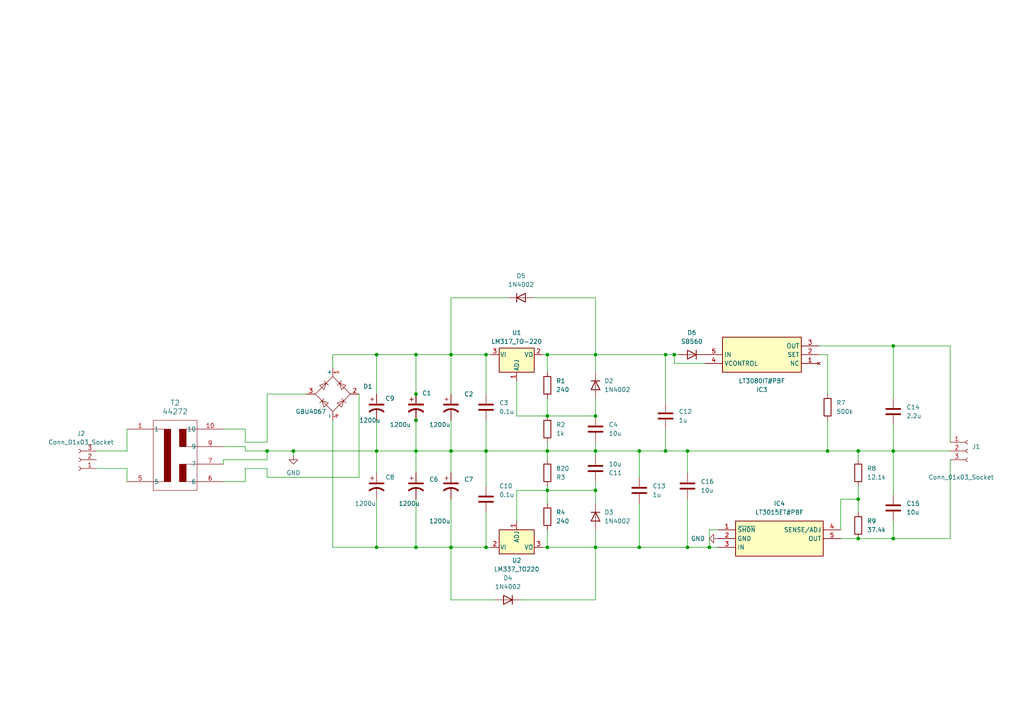
<source format=kicad_sch>
(kicad_sch
	(version 20231120)
	(generator "eeschema")
	(generator_version "8.0")
	(uuid "b23debd6-cb2f-442b-a1db-807605e36c5e")
	(paper "A4")
	(lib_symbols
		(symbol "44272:44272"
			(pin_names
				(offset 0.254)
			)
			(exclude_from_sim no)
			(in_bom yes)
			(on_board yes)
			(property "Reference" "T"
				(at 14.605 8.255 0)
				(effects
					(font
						(size 1.524 1.524)
					)
				)
			)
			(property "Value" "44272"
				(at 20.32 5.08 0)
				(effects
					(font
						(size 1.524 1.524)
					)
				)
			)
			(property "Footprint" "44272_MYR"
				(at 0 0 0)
				(effects
					(font
						(size 1.27 1.27)
						(italic yes)
					)
					(hide yes)
				)
			)
			(property "Datasheet" "44272"
				(at 0 0 0)
				(effects
					(font
						(size 1.27 1.27)
						(italic yes)
					)
					(hide yes)
				)
			)
			(property "Description" ""
				(at 0 0 0)
				(effects
					(font
						(size 1.27 1.27)
					)
					(hide yes)
				)
			)
			(property "ki_locked" ""
				(at 0 0 0)
				(effects
					(font
						(size 1.27 1.27)
					)
				)
			)
			(property "ki_keywords" "44272"
				(at 0 0 0)
				(effects
					(font
						(size 1.27 1.27)
					)
					(hide yes)
				)
			)
			(property "ki_fp_filters" "44272_MYR"
				(at 0 0 0)
				(effects
					(font
						(size 1.27 1.27)
					)
					(hide yes)
				)
			)
			(symbol "44272_0_1"
				(polyline
					(pts
						(xy 7.62 -17.78) (xy 20.32 -17.78)
					)
					(stroke
						(width 0.127)
						(type default)
					)
					(fill
						(type none)
					)
				)
				(polyline
					(pts
						(xy 7.62 -15.24) (xy 12.7 -15.24)
					)
					(stroke
						(width 0.127)
						(type default)
					)
					(fill
						(type none)
					)
				)
				(polyline
					(pts
						(xy 7.62 0) (xy 12.7 0)
					)
					(stroke
						(width 0.127)
						(type default)
					)
					(fill
						(type none)
					)
				)
				(polyline
					(pts
						(xy 7.62 2.54) (xy 7.62 -17.78)
					)
					(stroke
						(width 0.127)
						(type default)
					)
					(fill
						(type none)
					)
				)
				(polyline
					(pts
						(xy 10.795 0) (xy 10.795 -15.24)
					)
					(stroke
						(width 0.127)
						(type default)
					)
					(fill
						(type none)
					)
				)
				(polyline
					(pts
						(xy 12.7 -15.24) (xy 12.7 0)
					)
					(stroke
						(width 0.127)
						(type default)
					)
					(fill
						(type none)
					)
				)
				(polyline
					(pts
						(xy 15.24 -15.24) (xy 15.24 -10.16)
					)
					(stroke
						(width 0.127)
						(type default)
					)
					(fill
						(type none)
					)
				)
				(polyline
					(pts
						(xy 15.24 -5.08) (xy 15.24 0)
					)
					(stroke
						(width 0.127)
						(type default)
					)
					(fill
						(type none)
					)
				)
				(polyline
					(pts
						(xy 17.145 -10.16) (xy 17.145 -15.24)
					)
					(stroke
						(width 0.127)
						(type default)
					)
					(fill
						(type none)
					)
				)
				(polyline
					(pts
						(xy 17.145 0) (xy 17.145 -5.08)
					)
					(stroke
						(width 0.127)
						(type default)
					)
					(fill
						(type none)
					)
				)
				(polyline
					(pts
						(xy 20.32 -17.78) (xy 20.32 2.54)
					)
					(stroke
						(width 0.127)
						(type default)
					)
					(fill
						(type none)
					)
				)
				(polyline
					(pts
						(xy 20.32 -15.24) (xy 15.24 -15.24)
					)
					(stroke
						(width 0.127)
						(type default)
					)
					(fill
						(type none)
					)
				)
				(polyline
					(pts
						(xy 20.32 -10.16) (xy 15.24 -10.16)
					)
					(stroke
						(width 0.127)
						(type default)
					)
					(fill
						(type none)
					)
				)
				(polyline
					(pts
						(xy 20.32 -5.08) (xy 15.24 -5.08)
					)
					(stroke
						(width 0.127)
						(type default)
					)
					(fill
						(type none)
					)
				)
				(polyline
					(pts
						(xy 20.32 0) (xy 15.24 0)
					)
					(stroke
						(width 0.127)
						(type default)
					)
					(fill
						(type none)
					)
				)
				(polyline
					(pts
						(xy 20.32 2.54) (xy 7.62 2.54)
					)
					(stroke
						(width 0.127)
						(type default)
					)
					(fill
						(type none)
					)
				)
				(polyline
					(pts
						(xy 10.795 0) (xy 10.795 -15.24) (xy 12.7 -15.24) (xy 12.7 0)
					)
					(stroke
						(width 0)
						(type default)
					)
					(fill
						(type outline)
					)
				)
				(polyline
					(pts
						(xy 17.145 -10.16) (xy 17.145 -15.24) (xy 15.24 -15.24) (xy 15.24 -10.16)
					)
					(stroke
						(width 0)
						(type default)
					)
					(fill
						(type outline)
					)
				)
				(polyline
					(pts
						(xy 17.145 0) (xy 17.145 -5.08) (xy 15.24 -5.08) (xy 15.24 0)
					)
					(stroke
						(width 0)
						(type default)
					)
					(fill
						(type outline)
					)
				)
				(pin unspecified line
					(at 0 0 0)
					(length 7.62)
					(name "1"
						(effects
							(font
								(size 1.27 1.27)
							)
						)
					)
					(number "1"
						(effects
							(font
								(size 1.27 1.27)
							)
						)
					)
				)
				(pin unspecified line
					(at 27.94 0 180)
					(length 7.62)
					(name "10"
						(effects
							(font
								(size 1.27 1.27)
							)
						)
					)
					(number "10"
						(effects
							(font
								(size 1.27 1.27)
							)
						)
					)
				)
				(pin unspecified line
					(at 0 -15.24 0)
					(length 7.62)
					(name "5"
						(effects
							(font
								(size 1.27 1.27)
							)
						)
					)
					(number "5"
						(effects
							(font
								(size 1.27 1.27)
							)
						)
					)
				)
				(pin unspecified line
					(at 27.94 -15.24 180)
					(length 7.62)
					(name "6"
						(effects
							(font
								(size 1.27 1.27)
							)
						)
					)
					(number "6"
						(effects
							(font
								(size 1.27 1.27)
							)
						)
					)
				)
				(pin unspecified line
					(at 27.94 -10.16 180)
					(length 7.62)
					(name "7"
						(effects
							(font
								(size 1.27 1.27)
							)
						)
					)
					(number "7"
						(effects
							(font
								(size 1.27 1.27)
							)
						)
					)
				)
				(pin unspecified line
					(at 27.94 -5.08 180)
					(length 7.62)
					(name "9"
						(effects
							(font
								(size 1.27 1.27)
							)
						)
					)
					(number "9"
						(effects
							(font
								(size 1.27 1.27)
							)
						)
					)
				)
			)
		)
		(symbol "Connector:Conn_01x03_Socket"
			(pin_names
				(offset 1.016) hide)
			(exclude_from_sim no)
			(in_bom yes)
			(on_board yes)
			(property "Reference" "J"
				(at 0 5.08 0)
				(effects
					(font
						(size 1.27 1.27)
					)
				)
			)
			(property "Value" "Conn_01x03_Socket"
				(at 0 -5.08 0)
				(effects
					(font
						(size 1.27 1.27)
					)
				)
			)
			(property "Footprint" ""
				(at 0 0 0)
				(effects
					(font
						(size 1.27 1.27)
					)
					(hide yes)
				)
			)
			(property "Datasheet" "~"
				(at 0 0 0)
				(effects
					(font
						(size 1.27 1.27)
					)
					(hide yes)
				)
			)
			(property "Description" "Generic connector, single row, 01x03, script generated"
				(at 0 0 0)
				(effects
					(font
						(size 1.27 1.27)
					)
					(hide yes)
				)
			)
			(property "ki_locked" ""
				(at 0 0 0)
				(effects
					(font
						(size 1.27 1.27)
					)
				)
			)
			(property "ki_keywords" "connector"
				(at 0 0 0)
				(effects
					(font
						(size 1.27 1.27)
					)
					(hide yes)
				)
			)
			(property "ki_fp_filters" "Connector*:*_1x??_*"
				(at 0 0 0)
				(effects
					(font
						(size 1.27 1.27)
					)
					(hide yes)
				)
			)
			(symbol "Conn_01x03_Socket_1_1"
				(arc
					(start 0 -2.032)
					(mid -0.5058 -2.54)
					(end 0 -3.048)
					(stroke
						(width 0.1524)
						(type default)
					)
					(fill
						(type none)
					)
				)
				(polyline
					(pts
						(xy -1.27 -2.54) (xy -0.508 -2.54)
					)
					(stroke
						(width 0.1524)
						(type default)
					)
					(fill
						(type none)
					)
				)
				(polyline
					(pts
						(xy -1.27 0) (xy -0.508 0)
					)
					(stroke
						(width 0.1524)
						(type default)
					)
					(fill
						(type none)
					)
				)
				(polyline
					(pts
						(xy -1.27 2.54) (xy -0.508 2.54)
					)
					(stroke
						(width 0.1524)
						(type default)
					)
					(fill
						(type none)
					)
				)
				(arc
					(start 0 0.508)
					(mid -0.5058 0)
					(end 0 -0.508)
					(stroke
						(width 0.1524)
						(type default)
					)
					(fill
						(type none)
					)
				)
				(arc
					(start 0 3.048)
					(mid -0.5058 2.54)
					(end 0 2.032)
					(stroke
						(width 0.1524)
						(type default)
					)
					(fill
						(type none)
					)
				)
				(pin passive line
					(at -5.08 2.54 0)
					(length 3.81)
					(name "Pin_1"
						(effects
							(font
								(size 1.27 1.27)
							)
						)
					)
					(number "1"
						(effects
							(font
								(size 1.27 1.27)
							)
						)
					)
				)
				(pin passive line
					(at -5.08 0 0)
					(length 3.81)
					(name "Pin_2"
						(effects
							(font
								(size 1.27 1.27)
							)
						)
					)
					(number "2"
						(effects
							(font
								(size 1.27 1.27)
							)
						)
					)
				)
				(pin passive line
					(at -5.08 -2.54 0)
					(length 3.81)
					(name "Pin_3"
						(effects
							(font
								(size 1.27 1.27)
							)
						)
					)
					(number "3"
						(effects
							(font
								(size 1.27 1.27)
							)
						)
					)
				)
			)
		)
		(symbol "Device:C"
			(pin_numbers hide)
			(pin_names
				(offset 0.254)
			)
			(exclude_from_sim no)
			(in_bom yes)
			(on_board yes)
			(property "Reference" "C"
				(at 0.635 2.54 0)
				(effects
					(font
						(size 1.27 1.27)
					)
					(justify left)
				)
			)
			(property "Value" "C"
				(at 0.635 -2.54 0)
				(effects
					(font
						(size 1.27 1.27)
					)
					(justify left)
				)
			)
			(property "Footprint" ""
				(at 0.9652 -3.81 0)
				(effects
					(font
						(size 1.27 1.27)
					)
					(hide yes)
				)
			)
			(property "Datasheet" "~"
				(at 0 0 0)
				(effects
					(font
						(size 1.27 1.27)
					)
					(hide yes)
				)
			)
			(property "Description" "Unpolarized capacitor"
				(at 0 0 0)
				(effects
					(font
						(size 1.27 1.27)
					)
					(hide yes)
				)
			)
			(property "ki_keywords" "cap capacitor"
				(at 0 0 0)
				(effects
					(font
						(size 1.27 1.27)
					)
					(hide yes)
				)
			)
			(property "ki_fp_filters" "C_*"
				(at 0 0 0)
				(effects
					(font
						(size 1.27 1.27)
					)
					(hide yes)
				)
			)
			(symbol "C_0_1"
				(polyline
					(pts
						(xy -2.032 -0.762) (xy 2.032 -0.762)
					)
					(stroke
						(width 0.508)
						(type default)
					)
					(fill
						(type none)
					)
				)
				(polyline
					(pts
						(xy -2.032 0.762) (xy 2.032 0.762)
					)
					(stroke
						(width 0.508)
						(type default)
					)
					(fill
						(type none)
					)
				)
			)
			(symbol "C_1_1"
				(pin passive line
					(at 0 3.81 270)
					(length 2.794)
					(name "~"
						(effects
							(font
								(size 1.27 1.27)
							)
						)
					)
					(number "1"
						(effects
							(font
								(size 1.27 1.27)
							)
						)
					)
				)
				(pin passive line
					(at 0 -3.81 90)
					(length 2.794)
					(name "~"
						(effects
							(font
								(size 1.27 1.27)
							)
						)
					)
					(number "2"
						(effects
							(font
								(size 1.27 1.27)
							)
						)
					)
				)
			)
		)
		(symbol "Device:C_Polarized_US"
			(pin_numbers hide)
			(pin_names
				(offset 0.254) hide)
			(exclude_from_sim no)
			(in_bom yes)
			(on_board yes)
			(property "Reference" "C"
				(at 0.635 2.54 0)
				(effects
					(font
						(size 1.27 1.27)
					)
					(justify left)
				)
			)
			(property "Value" "C_Polarized_US"
				(at 0.635 -2.54 0)
				(effects
					(font
						(size 1.27 1.27)
					)
					(justify left)
				)
			)
			(property "Footprint" ""
				(at 0 0 0)
				(effects
					(font
						(size 1.27 1.27)
					)
					(hide yes)
				)
			)
			(property "Datasheet" "~"
				(at 0 0 0)
				(effects
					(font
						(size 1.27 1.27)
					)
					(hide yes)
				)
			)
			(property "Description" "Polarized capacitor, US symbol"
				(at 0 0 0)
				(effects
					(font
						(size 1.27 1.27)
					)
					(hide yes)
				)
			)
			(property "ki_keywords" "cap capacitor"
				(at 0 0 0)
				(effects
					(font
						(size 1.27 1.27)
					)
					(hide yes)
				)
			)
			(property "ki_fp_filters" "CP_*"
				(at 0 0 0)
				(effects
					(font
						(size 1.27 1.27)
					)
					(hide yes)
				)
			)
			(symbol "C_Polarized_US_0_1"
				(polyline
					(pts
						(xy -2.032 0.762) (xy 2.032 0.762)
					)
					(stroke
						(width 0.508)
						(type default)
					)
					(fill
						(type none)
					)
				)
				(polyline
					(pts
						(xy -1.778 2.286) (xy -0.762 2.286)
					)
					(stroke
						(width 0)
						(type default)
					)
					(fill
						(type none)
					)
				)
				(polyline
					(pts
						(xy -1.27 1.778) (xy -1.27 2.794)
					)
					(stroke
						(width 0)
						(type default)
					)
					(fill
						(type none)
					)
				)
				(arc
					(start 2.032 -1.27)
					(mid 0 -0.5572)
					(end -2.032 -1.27)
					(stroke
						(width 0.508)
						(type default)
					)
					(fill
						(type none)
					)
				)
			)
			(symbol "C_Polarized_US_1_1"
				(pin passive line
					(at 0 3.81 270)
					(length 2.794)
					(name "~"
						(effects
							(font
								(size 1.27 1.27)
							)
						)
					)
					(number "1"
						(effects
							(font
								(size 1.27 1.27)
							)
						)
					)
				)
				(pin passive line
					(at 0 -3.81 90)
					(length 3.302)
					(name "~"
						(effects
							(font
								(size 1.27 1.27)
							)
						)
					)
					(number "2"
						(effects
							(font
								(size 1.27 1.27)
							)
						)
					)
				)
			)
		)
		(symbol "Device:R"
			(pin_numbers hide)
			(pin_names
				(offset 0)
			)
			(exclude_from_sim no)
			(in_bom yes)
			(on_board yes)
			(property "Reference" "R"
				(at 2.032 0 90)
				(effects
					(font
						(size 1.27 1.27)
					)
				)
			)
			(property "Value" "R"
				(at 0 0 90)
				(effects
					(font
						(size 1.27 1.27)
					)
				)
			)
			(property "Footprint" ""
				(at -1.778 0 90)
				(effects
					(font
						(size 1.27 1.27)
					)
					(hide yes)
				)
			)
			(property "Datasheet" "~"
				(at 0 0 0)
				(effects
					(font
						(size 1.27 1.27)
					)
					(hide yes)
				)
			)
			(property "Description" "Resistor"
				(at 0 0 0)
				(effects
					(font
						(size 1.27 1.27)
					)
					(hide yes)
				)
			)
			(property "ki_keywords" "R res resistor"
				(at 0 0 0)
				(effects
					(font
						(size 1.27 1.27)
					)
					(hide yes)
				)
			)
			(property "ki_fp_filters" "R_*"
				(at 0 0 0)
				(effects
					(font
						(size 1.27 1.27)
					)
					(hide yes)
				)
			)
			(symbol "R_0_1"
				(rectangle
					(start -1.016 -2.54)
					(end 1.016 2.54)
					(stroke
						(width 0.254)
						(type default)
					)
					(fill
						(type none)
					)
				)
			)
			(symbol "R_1_1"
				(pin passive line
					(at 0 3.81 270)
					(length 1.27)
					(name "~"
						(effects
							(font
								(size 1.27 1.27)
							)
						)
					)
					(number "1"
						(effects
							(font
								(size 1.27 1.27)
							)
						)
					)
				)
				(pin passive line
					(at 0 -3.81 90)
					(length 1.27)
					(name "~"
						(effects
							(font
								(size 1.27 1.27)
							)
						)
					)
					(number "2"
						(effects
							(font
								(size 1.27 1.27)
							)
						)
					)
				)
			)
		)
		(symbol "Diode:1N4002"
			(pin_numbers hide)
			(pin_names hide)
			(exclude_from_sim no)
			(in_bom yes)
			(on_board yes)
			(property "Reference" "D"
				(at 0 2.54 0)
				(effects
					(font
						(size 1.27 1.27)
					)
				)
			)
			(property "Value" "1N4002"
				(at 0 -2.54 0)
				(effects
					(font
						(size 1.27 1.27)
					)
				)
			)
			(property "Footprint" "Diode_THT:D_DO-41_SOD81_P10.16mm_Horizontal"
				(at 0 -4.445 0)
				(effects
					(font
						(size 1.27 1.27)
					)
					(hide yes)
				)
			)
			(property "Datasheet" "http://www.vishay.com/docs/88503/1n4001.pdf"
				(at 0 0 0)
				(effects
					(font
						(size 1.27 1.27)
					)
					(hide yes)
				)
			)
			(property "Description" "100V 1A General Purpose Rectifier Diode, DO-41"
				(at 0 0 0)
				(effects
					(font
						(size 1.27 1.27)
					)
					(hide yes)
				)
			)
			(property "Sim.Device" "D"
				(at 0 0 0)
				(effects
					(font
						(size 1.27 1.27)
					)
					(hide yes)
				)
			)
			(property "Sim.Pins" "1=K 2=A"
				(at 0 0 0)
				(effects
					(font
						(size 1.27 1.27)
					)
					(hide yes)
				)
			)
			(property "ki_keywords" "diode"
				(at 0 0 0)
				(effects
					(font
						(size 1.27 1.27)
					)
					(hide yes)
				)
			)
			(property "ki_fp_filters" "D*DO?41*"
				(at 0 0 0)
				(effects
					(font
						(size 1.27 1.27)
					)
					(hide yes)
				)
			)
			(symbol "1N4002_0_1"
				(polyline
					(pts
						(xy -1.27 1.27) (xy -1.27 -1.27)
					)
					(stroke
						(width 0.254)
						(type default)
					)
					(fill
						(type none)
					)
				)
				(polyline
					(pts
						(xy 1.27 0) (xy -1.27 0)
					)
					(stroke
						(width 0)
						(type default)
					)
					(fill
						(type none)
					)
				)
				(polyline
					(pts
						(xy 1.27 1.27) (xy 1.27 -1.27) (xy -1.27 0) (xy 1.27 1.27)
					)
					(stroke
						(width 0.254)
						(type default)
					)
					(fill
						(type none)
					)
				)
			)
			(symbol "1N4002_1_1"
				(pin passive line
					(at -3.81 0 0)
					(length 2.54)
					(name "K"
						(effects
							(font
								(size 1.27 1.27)
							)
						)
					)
					(number "1"
						(effects
							(font
								(size 1.27 1.27)
							)
						)
					)
				)
				(pin passive line
					(at 3.81 0 180)
					(length 2.54)
					(name "A"
						(effects
							(font
								(size 1.27 1.27)
							)
						)
					)
					(number "2"
						(effects
							(font
								(size 1.27 1.27)
							)
						)
					)
				)
			)
		)
		(symbol "Diode_Bridge:GBU4M"
			(pin_names
				(offset 0)
			)
			(exclude_from_sim no)
			(in_bom yes)
			(on_board yes)
			(property "Reference" "D"
				(at 2.54 6.985 0)
				(effects
					(font
						(size 1.27 1.27)
					)
					(justify left)
				)
			)
			(property "Value" "GBU4M"
				(at 2.54 5.08 0)
				(effects
					(font
						(size 1.27 1.27)
					)
					(justify left)
				)
			)
			(property "Footprint" "Diode_THT:Diode_Bridge_Vishay_GBU"
				(at 3.81 3.175 0)
				(effects
					(font
						(size 1.27 1.27)
					)
					(justify left)
					(hide yes)
				)
			)
			(property "Datasheet" "http://www.vishay.com/docs/88656/gbu4a.pdf"
				(at 0 0 0)
				(effects
					(font
						(size 1.27 1.27)
					)
					(hide yes)
				)
			)
			(property "Description" "Single-Phase Bridge Rectifier, 700V Vrms, 4.0A If, GBU package"
				(at 0 0 0)
				(effects
					(font
						(size 1.27 1.27)
					)
					(hide yes)
				)
			)
			(property "ki_keywords" "rectifier acdc"
				(at 0 0 0)
				(effects
					(font
						(size 1.27 1.27)
					)
					(hide yes)
				)
			)
			(property "ki_fp_filters" "Diode*Bridge*Vishay*GBU*"
				(at 0 0 0)
				(effects
					(font
						(size 1.27 1.27)
					)
					(hide yes)
				)
			)
			(symbol "GBU4M_0_1"
				(polyline
					(pts
						(xy -2.54 3.81) (xy -1.27 2.54)
					)
					(stroke
						(width 0)
						(type default)
					)
					(fill
						(type none)
					)
				)
				(polyline
					(pts
						(xy -1.27 -2.54) (xy -2.54 -3.81)
					)
					(stroke
						(width 0)
						(type default)
					)
					(fill
						(type none)
					)
				)
				(polyline
					(pts
						(xy 2.54 -1.27) (xy 3.81 -2.54)
					)
					(stroke
						(width 0)
						(type default)
					)
					(fill
						(type none)
					)
				)
				(polyline
					(pts
						(xy 2.54 1.27) (xy 3.81 2.54)
					)
					(stroke
						(width 0)
						(type default)
					)
					(fill
						(type none)
					)
				)
				(polyline
					(pts
						(xy -3.81 2.54) (xy -2.54 1.27) (xy -1.905 3.175) (xy -3.81 2.54)
					)
					(stroke
						(width 0)
						(type default)
					)
					(fill
						(type none)
					)
				)
				(polyline
					(pts
						(xy -2.54 -1.27) (xy -3.81 -2.54) (xy -1.905 -3.175) (xy -2.54 -1.27)
					)
					(stroke
						(width 0)
						(type default)
					)
					(fill
						(type none)
					)
				)
				(polyline
					(pts
						(xy 1.27 2.54) (xy 2.54 3.81) (xy 3.175 1.905) (xy 1.27 2.54)
					)
					(stroke
						(width 0)
						(type default)
					)
					(fill
						(type none)
					)
				)
				(polyline
					(pts
						(xy 3.175 -1.905) (xy 1.27 -2.54) (xy 2.54 -3.81) (xy 3.175 -1.905)
					)
					(stroke
						(width 0)
						(type default)
					)
					(fill
						(type none)
					)
				)
				(polyline
					(pts
						(xy -5.08 0) (xy 0 -5.08) (xy 5.08 0) (xy 0 5.08) (xy -5.08 0)
					)
					(stroke
						(width 0)
						(type default)
					)
					(fill
						(type none)
					)
				)
			)
			(symbol "GBU4M_1_1"
				(pin passive line
					(at 7.62 0 180)
					(length 2.54)
					(name "+"
						(effects
							(font
								(size 1.27 1.27)
							)
						)
					)
					(number "1"
						(effects
							(font
								(size 1.27 1.27)
							)
						)
					)
				)
				(pin passive line
					(at 0 -7.62 90)
					(length 2.54)
					(name "~"
						(effects
							(font
								(size 1.27 1.27)
							)
						)
					)
					(number "2"
						(effects
							(font
								(size 1.27 1.27)
							)
						)
					)
				)
				(pin passive line
					(at 0 7.62 270)
					(length 2.54)
					(name "~"
						(effects
							(font
								(size 1.27 1.27)
							)
						)
					)
					(number "3"
						(effects
							(font
								(size 1.27 1.27)
							)
						)
					)
				)
				(pin passive line
					(at -7.62 0 0)
					(length 2.54)
					(name "-"
						(effects
							(font
								(size 1.27 1.27)
							)
						)
					)
					(number "4"
						(effects
							(font
								(size 1.27 1.27)
							)
						)
					)
				)
			)
		)
		(symbol "LT3015ET#PBF:LT3015ET#PBF"
			(exclude_from_sim no)
			(in_bom yes)
			(on_board yes)
			(property "Reference" "IC"
				(at 31.75 7.62 0)
				(effects
					(font
						(size 1.27 1.27)
					)
					(justify left top)
				)
			)
			(property "Value" "LT3015ET#PBF"
				(at 31.75 5.08 0)
				(effects
					(font
						(size 1.27 1.27)
					)
					(justify left top)
				)
			)
			(property "Footprint" "TO170P457X1022X2306-5P"
				(at 31.75 -94.92 0)
				(effects
					(font
						(size 1.27 1.27)
					)
					(justify left top)
					(hide yes)
				)
			)
			(property "Datasheet" "http://www.linear.com/docs/39918"
				(at 31.75 -194.92 0)
				(effects
					(font
						(size 1.27 1.27)
					)
					(justify left top)
					(hide yes)
				)
			)
			(property "Description" "1.5A, Low Noise, Negative Linear Regulator with Precision Current Limit"
				(at 0 0 0)
				(effects
					(font
						(size 1.27 1.27)
					)
					(hide yes)
				)
			)
			(property "Height" "4.572"
				(at 31.75 -394.92 0)
				(effects
					(font
						(size 1.27 1.27)
					)
					(justify left top)
					(hide yes)
				)
			)
			(property "element14 Part Number" ""
				(at 31.75 -494.92 0)
				(effects
					(font
						(size 1.27 1.27)
					)
					(justify left top)
					(hide yes)
				)
			)
			(property "element14 Price/Stock" ""
				(at 31.75 -594.92 0)
				(effects
					(font
						(size 1.27 1.27)
					)
					(justify left top)
					(hide yes)
				)
			)
			(property "Manufacturer_Name" "Analog Devices"
				(at 31.75 -694.92 0)
				(effects
					(font
						(size 1.27 1.27)
					)
					(justify left top)
					(hide yes)
				)
			)
			(property "Manufacturer_Part_Number" "LT3015ET#PBF"
				(at 31.75 -794.92 0)
				(effects
					(font
						(size 1.27 1.27)
					)
					(justify left top)
					(hide yes)
				)
			)
			(symbol "LT3015ET#PBF_1_1"
				(rectangle
					(start 5.08 2.54)
					(end 30.48 -7.62)
					(stroke
						(width 0.254)
						(type default)
					)
					(fill
						(type background)
					)
				)
				(pin passive line
					(at 0 0 0)
					(length 5.08)
					(name "~{SHDN}"
						(effects
							(font
								(size 1.27 1.27)
							)
						)
					)
					(number "1"
						(effects
							(font
								(size 1.27 1.27)
							)
						)
					)
				)
				(pin passive line
					(at 0 -2.54 0)
					(length 5.08)
					(name "GND"
						(effects
							(font
								(size 1.27 1.27)
							)
						)
					)
					(number "2"
						(effects
							(font
								(size 1.27 1.27)
							)
						)
					)
				)
				(pin passive line
					(at 0 -5.08 0)
					(length 5.08)
					(name "IN"
						(effects
							(font
								(size 1.27 1.27)
							)
						)
					)
					(number "3"
						(effects
							(font
								(size 1.27 1.27)
							)
						)
					)
				)
				(pin passive line
					(at 35.56 0 180)
					(length 5.08)
					(name "SENSE/ADJ"
						(effects
							(font
								(size 1.27 1.27)
							)
						)
					)
					(number "4"
						(effects
							(font
								(size 1.27 1.27)
							)
						)
					)
				)
				(pin passive line
					(at 35.56 -2.54 180)
					(length 5.08)
					(name "OUT"
						(effects
							(font
								(size 1.27 1.27)
							)
						)
					)
					(number "5"
						(effects
							(font
								(size 1.27 1.27)
							)
						)
					)
				)
			)
		)
		(symbol "LT3080IT#PBF:LT3080IT#PBF"
			(exclude_from_sim no)
			(in_bom yes)
			(on_board yes)
			(property "Reference" "IC"
				(at 29.21 7.62 0)
				(effects
					(font
						(size 1.27 1.27)
					)
					(justify left top)
				)
			)
			(property "Value" "LT3080IT#PBF"
				(at 29.21 5.08 0)
				(effects
					(font
						(size 1.27 1.27)
					)
					(justify left top)
				)
			)
			(property "Footprint" "TO170P457X1022X2306-5P"
				(at 29.21 -94.92 0)
				(effects
					(font
						(size 1.27 1.27)
					)
					(justify left top)
					(hide yes)
				)
			)
			(property "Datasheet" "https://www.analog.com/LT3080/datasheet"
				(at 29.21 -194.92 0)
				(effects
					(font
						(size 1.27 1.27)
					)
					(justify left top)
					(hide yes)
				)
			)
			(property "Description" "Linear Voltage Regulator IC Positive Adjustable 1 Output 1.1A TO-220-5"
				(at 0 0 0)
				(effects
					(font
						(size 1.27 1.27)
					)
					(hide yes)
				)
			)
			(property "Height" "4.572"
				(at 29.21 -394.92 0)
				(effects
					(font
						(size 1.27 1.27)
					)
					(justify left top)
					(hide yes)
				)
			)
			(property "element14 Part Number" ""
				(at 29.21 -494.92 0)
				(effects
					(font
						(size 1.27 1.27)
					)
					(justify left top)
					(hide yes)
				)
			)
			(property "element14 Price/Stock" ""
				(at 29.21 -594.92 0)
				(effects
					(font
						(size 1.27 1.27)
					)
					(justify left top)
					(hide yes)
				)
			)
			(property "Manufacturer_Name" "Analog Devices"
				(at 29.21 -694.92 0)
				(effects
					(font
						(size 1.27 1.27)
					)
					(justify left top)
					(hide yes)
				)
			)
			(property "Manufacturer_Part_Number" "LT3080IT#PBF"
				(at 29.21 -794.92 0)
				(effects
					(font
						(size 1.27 1.27)
					)
					(justify left top)
					(hide yes)
				)
			)
			(symbol "LT3080IT#PBF_1_1"
				(rectangle
					(start 5.08 2.54)
					(end 27.94 -7.62)
					(stroke
						(width 0.254)
						(type default)
					)
					(fill
						(type background)
					)
				)
				(pin no_connect line
					(at 0 0 0)
					(length 5.08)
					(name "NC"
						(effects
							(font
								(size 1.27 1.27)
							)
						)
					)
					(number "1"
						(effects
							(font
								(size 1.27 1.27)
							)
						)
					)
				)
				(pin passive line
					(at 0 -2.54 0)
					(length 5.08)
					(name "SET"
						(effects
							(font
								(size 1.27 1.27)
							)
						)
					)
					(number "2"
						(effects
							(font
								(size 1.27 1.27)
							)
						)
					)
				)
				(pin passive line
					(at 0 -5.08 0)
					(length 5.08)
					(name "OUT"
						(effects
							(font
								(size 1.27 1.27)
							)
						)
					)
					(number "3"
						(effects
							(font
								(size 1.27 1.27)
							)
						)
					)
				)
				(pin passive line
					(at 33.02 0 180)
					(length 5.08)
					(name "VCONTROL"
						(effects
							(font
								(size 1.27 1.27)
							)
						)
					)
					(number "4"
						(effects
							(font
								(size 1.27 1.27)
							)
						)
					)
				)
				(pin passive line
					(at 33.02 -2.54 180)
					(length 5.08)
					(name "IN"
						(effects
							(font
								(size 1.27 1.27)
							)
						)
					)
					(number "5"
						(effects
							(font
								(size 1.27 1.27)
							)
						)
					)
				)
			)
		)
		(symbol "Regulator_Linear:LM317_TO-220"
			(pin_names
				(offset 0.254)
			)
			(exclude_from_sim no)
			(in_bom yes)
			(on_board yes)
			(property "Reference" "U"
				(at -3.81 3.175 0)
				(effects
					(font
						(size 1.27 1.27)
					)
				)
			)
			(property "Value" "LM317_TO-220"
				(at 0 3.175 0)
				(effects
					(font
						(size 1.27 1.27)
					)
					(justify left)
				)
			)
			(property "Footprint" "Package_TO_SOT_THT:TO-220-3_Vertical"
				(at 0 6.35 0)
				(effects
					(font
						(size 1.27 1.27)
						(italic yes)
					)
					(hide yes)
				)
			)
			(property "Datasheet" "http://www.ti.com/lit/ds/symlink/lm317.pdf"
				(at 0 0 0)
				(effects
					(font
						(size 1.27 1.27)
					)
					(hide yes)
				)
			)
			(property "Description" "1.5A 35V Adjustable Linear Regulator, TO-220"
				(at 0 0 0)
				(effects
					(font
						(size 1.27 1.27)
					)
					(hide yes)
				)
			)
			(property "ki_keywords" "Adjustable Voltage Regulator 1A Positive"
				(at 0 0 0)
				(effects
					(font
						(size 1.27 1.27)
					)
					(hide yes)
				)
			)
			(property "ki_fp_filters" "TO?220*"
				(at 0 0 0)
				(effects
					(font
						(size 1.27 1.27)
					)
					(hide yes)
				)
			)
			(symbol "LM317_TO-220_0_1"
				(rectangle
					(start -5.08 1.905)
					(end 5.08 -5.08)
					(stroke
						(width 0.254)
						(type default)
					)
					(fill
						(type background)
					)
				)
			)
			(symbol "LM317_TO-220_1_1"
				(pin input line
					(at 0 -7.62 90)
					(length 2.54)
					(name "ADJ"
						(effects
							(font
								(size 1.27 1.27)
							)
						)
					)
					(number "1"
						(effects
							(font
								(size 1.27 1.27)
							)
						)
					)
				)
				(pin power_out line
					(at 7.62 0 180)
					(length 2.54)
					(name "VO"
						(effects
							(font
								(size 1.27 1.27)
							)
						)
					)
					(number "2"
						(effects
							(font
								(size 1.27 1.27)
							)
						)
					)
				)
				(pin power_in line
					(at -7.62 0 0)
					(length 2.54)
					(name "VI"
						(effects
							(font
								(size 1.27 1.27)
							)
						)
					)
					(number "3"
						(effects
							(font
								(size 1.27 1.27)
							)
						)
					)
				)
			)
		)
		(symbol "Regulator_Linear:LM337_TO220"
			(pin_names
				(offset 0.254)
			)
			(exclude_from_sim no)
			(in_bom yes)
			(on_board yes)
			(property "Reference" "U"
				(at -3.81 -3.175 0)
				(effects
					(font
						(size 1.27 1.27)
					)
				)
			)
			(property "Value" "LM337_TO220"
				(at 0 -3.175 0)
				(effects
					(font
						(size 1.27 1.27)
					)
					(justify left)
				)
			)
			(property "Footprint" "Package_TO_SOT_THT:TO-220-3_Vertical"
				(at 0 -5.08 0)
				(effects
					(font
						(size 1.27 1.27)
						(italic yes)
					)
					(hide yes)
				)
			)
			(property "Datasheet" "http://www.ti.com/lit/ds/symlink/lm337-n.pdf"
				(at 0 0 0)
				(effects
					(font
						(size 1.27 1.27)
					)
					(hide yes)
				)
			)
			(property "Description" "Negative 1.5A 35V Adjustable Linear Regulator, TO-220"
				(at 0 0 0)
				(effects
					(font
						(size 1.27 1.27)
					)
					(hide yes)
				)
			)
			(property "ki_keywords" "Adjustable Voltage Regulator 1.5A Negative"
				(at 0 0 0)
				(effects
					(font
						(size 1.27 1.27)
					)
					(hide yes)
				)
			)
			(property "ki_fp_filters" "TO?220*"
				(at 0 0 0)
				(effects
					(font
						(size 1.27 1.27)
					)
					(hide yes)
				)
			)
			(symbol "LM337_TO220_0_1"
				(rectangle
					(start -5.08 5.08)
					(end 5.08 -1.905)
					(stroke
						(width 0.254)
						(type default)
					)
					(fill
						(type background)
					)
				)
			)
			(symbol "LM337_TO220_1_1"
				(pin input line
					(at 0 7.62 270)
					(length 2.54)
					(name "ADJ"
						(effects
							(font
								(size 1.27 1.27)
							)
						)
					)
					(number "1"
						(effects
							(font
								(size 1.27 1.27)
							)
						)
					)
				)
				(pin power_in line
					(at -7.62 0 0)
					(length 2.54)
					(name "VI"
						(effects
							(font
								(size 1.27 1.27)
							)
						)
					)
					(number "2"
						(effects
							(font
								(size 1.27 1.27)
							)
						)
					)
				)
				(pin power_out line
					(at 7.62 0 180)
					(length 2.54)
					(name "VO"
						(effects
							(font
								(size 1.27 1.27)
							)
						)
					)
					(number "3"
						(effects
							(font
								(size 1.27 1.27)
							)
						)
					)
				)
			)
		)
		(symbol "power:GND"
			(power)
			(pin_names
				(offset 0)
			)
			(exclude_from_sim no)
			(in_bom yes)
			(on_board yes)
			(property "Reference" "#PWR"
				(at 0 -6.35 0)
				(effects
					(font
						(size 1.27 1.27)
					)
					(hide yes)
				)
			)
			(property "Value" "GND"
				(at 0 -3.81 0)
				(effects
					(font
						(size 1.27 1.27)
					)
				)
			)
			(property "Footprint" ""
				(at 0 0 0)
				(effects
					(font
						(size 1.27 1.27)
					)
					(hide yes)
				)
			)
			(property "Datasheet" ""
				(at 0 0 0)
				(effects
					(font
						(size 1.27 1.27)
					)
					(hide yes)
				)
			)
			(property "Description" "Power symbol creates a global label with name \"GND\" , ground"
				(at 0 0 0)
				(effects
					(font
						(size 1.27 1.27)
					)
					(hide yes)
				)
			)
			(property "ki_keywords" "global power"
				(at 0 0 0)
				(effects
					(font
						(size 1.27 1.27)
					)
					(hide yes)
				)
			)
			(symbol "GND_0_1"
				(polyline
					(pts
						(xy 0 0) (xy 0 -1.27) (xy 1.27 -1.27) (xy 0 -2.54) (xy -1.27 -1.27) (xy 0 -1.27)
					)
					(stroke
						(width 0)
						(type default)
					)
					(fill
						(type none)
					)
				)
			)
			(symbol "GND_1_1"
				(pin power_in line
					(at 0 0 270)
					(length 0) hide
					(name "GND"
						(effects
							(font
								(size 1.27 1.27)
							)
						)
					)
					(number "1"
						(effects
							(font
								(size 1.27 1.27)
							)
						)
					)
				)
			)
		)
	)
	(junction
		(at 199.39 130.81)
		(diameter 0)
		(color 0 0 0 0)
		(uuid "0349e53e-3528-49e9-bd34-ce8a8e21b482")
	)
	(junction
		(at 195.58 102.87)
		(diameter 0)
		(color 0 0 0 0)
		(uuid "04416e2f-a7d9-4399-b2ab-9946c4dec7d4")
	)
	(junction
		(at 158.75 158.75)
		(diameter 0)
		(color 0 0 0 0)
		(uuid "062c82cf-f16a-4c9d-be27-4a384eff54b0")
	)
	(junction
		(at 120.65 130.81)
		(diameter 0)
		(color 0 0 0 0)
		(uuid "084d162f-8ebc-4092-af94-dbb1a20626f7")
	)
	(junction
		(at 259.08 100.33)
		(diameter 0)
		(color 0 0 0 0)
		(uuid "0ec2fc6e-cb8d-4631-ab41-91ffb5b34b16")
	)
	(junction
		(at 185.42 130.81)
		(diameter 0)
		(color 0 0 0 0)
		(uuid "14b80eab-17be-4e71-83e3-d6c3a553d2cf")
	)
	(junction
		(at 85.09 130.81)
		(diameter 0)
		(color 0 0 0 0)
		(uuid "1ea79896-4578-4b17-ae8b-3cd8f3d7bfcb")
	)
	(junction
		(at 259.08 130.81)
		(diameter 0)
		(color 0 0 0 0)
		(uuid "2018ee49-435e-4913-a4dc-c5a64294b431")
	)
	(junction
		(at 240.03 130.81)
		(diameter 0)
		(color 0 0 0 0)
		(uuid "2663fcb1-db5f-4c35-891d-190fb2636309")
	)
	(junction
		(at 248.92 156.21)
		(diameter 0)
		(color 0 0 0 0)
		(uuid "2fb121c3-6958-4959-81eb-b863ab781147")
	)
	(junction
		(at 120.65 102.87)
		(diameter 0)
		(color 0 0 0 0)
		(uuid "38b30fed-10e4-4933-ae04-50365d33b3ea")
	)
	(junction
		(at 172.72 130.81)
		(diameter 0)
		(color 0 0 0 0)
		(uuid "41538878-c663-4ac0-af26-2aa14f38dcfd")
	)
	(junction
		(at 172.72 142.24)
		(diameter 0)
		(color 0 0 0 0)
		(uuid "46b4cfcb-1e84-45f3-8d2b-6f556000aa08")
	)
	(junction
		(at 130.81 102.87)
		(diameter 0)
		(color 0 0 0 0)
		(uuid "47608e87-90ec-4893-93d8-fd1602dd55b9")
	)
	(junction
		(at 172.72 158.75)
		(diameter 0)
		(color 0 0 0 0)
		(uuid "49c1f396-5940-4fb4-b55d-4e37d2d49350")
	)
	(junction
		(at 140.97 158.75)
		(diameter 0)
		(color 0 0 0 0)
		(uuid "524499a9-c57b-440b-abdc-6a4c0f9b015b")
	)
	(junction
		(at 109.22 102.87)
		(diameter 0)
		(color 0 0 0 0)
		(uuid "5a702268-ef74-4c7a-b1a8-199b84550246")
	)
	(junction
		(at 130.81 158.75)
		(diameter 0)
		(color 0 0 0 0)
		(uuid "5b5c9583-5d94-4c39-919c-ea2ef8945199")
	)
	(junction
		(at 172.72 102.87)
		(diameter 0)
		(color 0 0 0 0)
		(uuid "68ce568f-04a6-47d3-933e-61b1b836b013")
	)
	(junction
		(at 158.75 102.87)
		(diameter 0)
		(color 0 0 0 0)
		(uuid "68dc221f-8148-4bfe-8021-f1c3e6823268")
	)
	(junction
		(at 259.08 156.21)
		(diameter 0)
		(color 0 0 0 0)
		(uuid "74a5e614-4fbf-4787-84c8-4f2e3bc484a6")
	)
	(junction
		(at 140.97 102.87)
		(diameter 0)
		(color 0 0 0 0)
		(uuid "76c78210-d95b-4be2-aa4e-68f12cf30e5b")
	)
	(junction
		(at 158.75 120.65)
		(diameter 0)
		(color 0 0 0 0)
		(uuid "81b923bc-cc65-4036-8382-e4a952595746")
	)
	(junction
		(at 248.92 144.78)
		(diameter 0)
		(color 0 0 0 0)
		(uuid "8916471a-1a25-4640-814f-852b4e999b49")
	)
	(junction
		(at 120.65 158.75)
		(diameter 0)
		(color 0 0 0 0)
		(uuid "9048b4df-cb38-4b10-b3b7-e0c0ca520f36")
	)
	(junction
		(at 185.42 158.75)
		(diameter 0)
		(color 0 0 0 0)
		(uuid "949e57f4-3062-40c6-b233-fbb346df489e")
	)
	(junction
		(at 193.04 130.81)
		(diameter 0)
		(color 0 0 0 0)
		(uuid "9b9df3a9-109f-4f3d-b073-3d1d2630852a")
	)
	(junction
		(at 158.75 142.24)
		(diameter 0)
		(color 0 0 0 0)
		(uuid "9c971485-870f-47eb-9b96-ff880f09618b")
	)
	(junction
		(at 109.22 158.75)
		(diameter 0)
		(color 0 0 0 0)
		(uuid "a2ee071c-668e-461b-8267-ada0644daa3a")
	)
	(junction
		(at 205.74 158.75)
		(diameter 0)
		(color 0 0 0 0)
		(uuid "a38bc7c8-dbb6-4d1c-886c-7f76d1bf5b26")
	)
	(junction
		(at 109.22 130.81)
		(diameter 0)
		(color 0 0 0 0)
		(uuid "aaa78540-9cb9-49b4-8797-d3923853a3f7")
	)
	(junction
		(at 248.92 130.81)
		(diameter 0)
		(color 0 0 0 0)
		(uuid "b2de3e9d-297d-4ca2-a09e-15a424346cad")
	)
	(junction
		(at 199.39 158.75)
		(diameter 0)
		(color 0 0 0 0)
		(uuid "b91eec73-b7ca-40f8-b6a7-b040220386b2")
	)
	(junction
		(at 140.97 130.81)
		(diameter 0)
		(color 0 0 0 0)
		(uuid "bd3d0bc9-87a2-49a0-9b43-f71bc297bf3c")
	)
	(junction
		(at 120.65 114.3)
		(diameter 0)
		(color 0 0 0 0)
		(uuid "d5c7f9fc-11d8-425f-90bd-1b6209eb1449")
	)
	(junction
		(at 130.81 130.81)
		(diameter 0)
		(color 0 0 0 0)
		(uuid "e0df2844-9bd0-4f59-a591-cc36f6e63b82")
	)
	(junction
		(at 77.47 130.81)
		(diameter 0)
		(color 0 0 0 0)
		(uuid "e78c2d8a-7017-4b8c-ad02-2e200bb90f12")
	)
	(junction
		(at 158.75 130.81)
		(diameter 0)
		(color 0 0 0 0)
		(uuid "e89e161e-217e-4173-8c5f-ed1b0478474f")
	)
	(junction
		(at 120.65 121.92)
		(diameter 0)
		(color 0 0 0 0)
		(uuid "ec098bc3-0c2e-451c-b14e-c501a24c1054")
	)
	(junction
		(at 172.72 120.65)
		(diameter 0)
		(color 0 0 0 0)
		(uuid "f399cba6-7c81-48dd-9374-7a17e2545e14")
	)
	(junction
		(at 193.04 102.87)
		(diameter 0)
		(color 0 0 0 0)
		(uuid "fdc409e1-9c38-4d45-ac5a-7ac62ec234e1")
	)
	(wire
		(pts
			(xy 193.04 102.87) (xy 172.72 102.87)
		)
		(stroke
			(width 0)
			(type default)
		)
		(uuid "018cb915-0b33-4e8b-8980-238ffa3f9e58")
	)
	(wire
		(pts
			(xy 64.77 129.54) (xy 71.12 129.54)
		)
		(stroke
			(width 0)
			(type default)
		)
		(uuid "041db355-212e-4634-bc9a-049dde57ba55")
	)
	(wire
		(pts
			(xy 130.81 130.81) (xy 130.81 137.16)
		)
		(stroke
			(width 0)
			(type default)
		)
		(uuid "051d3159-a0c2-48ce-b36e-2fb428e1296f")
	)
	(wire
		(pts
			(xy 157.48 102.87) (xy 158.75 102.87)
		)
		(stroke
			(width 0)
			(type default)
		)
		(uuid "060c8196-ff19-45dd-a89a-04eb27b80599")
	)
	(wire
		(pts
			(xy 96.52 121.92) (xy 96.52 158.75)
		)
		(stroke
			(width 0)
			(type default)
		)
		(uuid "06964bd8-5574-4f56-a748-c6195f385824")
	)
	(wire
		(pts
			(xy 120.65 144.78) (xy 120.65 158.75)
		)
		(stroke
			(width 0)
			(type default)
		)
		(uuid "0769ff52-5713-4a83-a850-3edbd8f22f5f")
	)
	(wire
		(pts
			(xy 240.03 114.3) (xy 240.03 102.87)
		)
		(stroke
			(width 0)
			(type default)
		)
		(uuid "0810eb7b-e65e-4092-b89e-a2d87f0414a0")
	)
	(wire
		(pts
			(xy 109.22 130.81) (xy 120.65 130.81)
		)
		(stroke
			(width 0)
			(type default)
		)
		(uuid "093ecab6-6cb0-4c09-ac4d-b02a1dc9f95d")
	)
	(wire
		(pts
			(xy 259.08 156.21) (xy 275.59 156.21)
		)
		(stroke
			(width 0)
			(type default)
		)
		(uuid "0a01d374-dd0d-4c93-a4ef-d3baf0e2b2ff")
	)
	(wire
		(pts
			(xy 158.75 142.24) (xy 158.75 146.05)
		)
		(stroke
			(width 0)
			(type default)
		)
		(uuid "0a988d85-61f2-48dc-8fdf-5ac8aa95a2b5")
	)
	(wire
		(pts
			(xy 130.81 102.87) (xy 130.81 114.3)
		)
		(stroke
			(width 0)
			(type default)
		)
		(uuid "0cbc6c9a-00e1-40fc-9ff2-d9a75a782d7a")
	)
	(wire
		(pts
			(xy 149.86 120.65) (xy 158.75 120.65)
		)
		(stroke
			(width 0)
			(type default)
		)
		(uuid "0e3dc7f5-0dac-4add-9926-cb6f13eb84c3")
	)
	(wire
		(pts
			(xy 130.81 130.81) (xy 140.97 130.81)
		)
		(stroke
			(width 0)
			(type default)
		)
		(uuid "1b847b26-c988-492f-992f-55e190c0c592")
	)
	(wire
		(pts
			(xy 71.12 128.27) (xy 77.47 128.27)
		)
		(stroke
			(width 0)
			(type default)
		)
		(uuid "1dc7f665-548b-4d82-869f-953950a9f208")
	)
	(wire
		(pts
			(xy 158.75 130.81) (xy 158.75 133.35)
		)
		(stroke
			(width 0)
			(type default)
		)
		(uuid "1df67f54-3b0e-4e1d-9015-e393234fc788")
	)
	(wire
		(pts
			(xy 77.47 138.43) (xy 104.14 138.43)
		)
		(stroke
			(width 0)
			(type default)
		)
		(uuid "1f290b5f-d742-48c8-8159-e372b5f01821")
	)
	(wire
		(pts
			(xy 104.14 114.3) (xy 104.14 138.43)
		)
		(stroke
			(width 0)
			(type default)
		)
		(uuid "217fa1b4-96e6-4124-a871-d7abc23c9273")
	)
	(wire
		(pts
			(xy 172.72 142.24) (xy 172.72 146.05)
		)
		(stroke
			(width 0)
			(type default)
		)
		(uuid "21aa133c-7560-4cf7-80e7-7e3a5e25af4a")
	)
	(wire
		(pts
			(xy 172.72 130.81) (xy 158.75 130.81)
		)
		(stroke
			(width 0)
			(type default)
		)
		(uuid "23a26640-5831-47ab-901e-052f441d2293")
	)
	(wire
		(pts
			(xy 140.97 102.87) (xy 142.24 102.87)
		)
		(stroke
			(width 0)
			(type default)
		)
		(uuid "2525d6b8-409b-43a6-b195-dce66c724ab1")
	)
	(wire
		(pts
			(xy 140.97 130.81) (xy 158.75 130.81)
		)
		(stroke
			(width 0)
			(type default)
		)
		(uuid "260f86f8-047b-4394-a089-034bb6e4c6fb")
	)
	(wire
		(pts
			(xy 120.65 158.75) (xy 130.81 158.75)
		)
		(stroke
			(width 0)
			(type default)
		)
		(uuid "29a691f4-b249-44dd-ba47-8c5df0f1bd66")
	)
	(wire
		(pts
			(xy 172.72 86.36) (xy 172.72 102.87)
		)
		(stroke
			(width 0)
			(type default)
		)
		(uuid "29b9c8af-94c5-48ba-958a-cd501c719b87")
	)
	(wire
		(pts
			(xy 96.52 102.87) (xy 109.22 102.87)
		)
		(stroke
			(width 0)
			(type default)
		)
		(uuid "2a5de62e-3999-4966-82bc-f1ce35096a5b")
	)
	(wire
		(pts
			(xy 172.72 158.75) (xy 172.72 173.99)
		)
		(stroke
			(width 0)
			(type default)
		)
		(uuid "2f48c5f1-9d58-48e5-8a0a-01b16ca6ccf3")
	)
	(wire
		(pts
			(xy 77.47 114.3) (xy 77.47 128.27)
		)
		(stroke
			(width 0)
			(type default)
		)
		(uuid "2feeb111-692f-4c7d-81f7-abfe06b8f311")
	)
	(wire
		(pts
			(xy 275.59 100.33) (xy 275.59 128.27)
		)
		(stroke
			(width 0)
			(type default)
		)
		(uuid "371fc02a-7974-44be-8ab9-369bd1b592f6")
	)
	(wire
		(pts
			(xy 149.86 142.24) (xy 158.75 142.24)
		)
		(stroke
			(width 0)
			(type default)
		)
		(uuid "39369d18-1da5-4307-82a5-2063ec1403b2")
	)
	(wire
		(pts
			(xy 36.83 135.89) (xy 36.83 139.7)
		)
		(stroke
			(width 0)
			(type default)
		)
		(uuid "3b985c2f-e32d-477a-a1f7-6b8c54cd85af")
	)
	(wire
		(pts
			(xy 71.12 128.27) (xy 71.12 124.46)
		)
		(stroke
			(width 0)
			(type default)
		)
		(uuid "3c7c1558-f310-4da4-b1b6-36a8d8c2f4b9")
	)
	(wire
		(pts
			(xy 205.74 158.75) (xy 208.28 158.75)
		)
		(stroke
			(width 0)
			(type default)
		)
		(uuid "400b43fa-2546-4a99-ada1-ea1f4697bc6c")
	)
	(wire
		(pts
			(xy 185.42 146.05) (xy 185.42 158.75)
		)
		(stroke
			(width 0)
			(type default)
		)
		(uuid "40deb5a5-1e69-43f0-ad68-4dba9d554e02")
	)
	(wire
		(pts
			(xy 259.08 151.13) (xy 259.08 156.21)
		)
		(stroke
			(width 0)
			(type default)
		)
		(uuid "42ea26ab-c987-47d3-b121-a293c086d958")
	)
	(wire
		(pts
			(xy 158.75 158.75) (xy 172.72 158.75)
		)
		(stroke
			(width 0)
			(type default)
		)
		(uuid "4c796e45-897b-406f-8b8c-e28ff1e33c24")
	)
	(wire
		(pts
			(xy 185.42 138.43) (xy 185.42 130.81)
		)
		(stroke
			(width 0)
			(type default)
		)
		(uuid "4cdc34fb-f62d-4699-bc2f-6bca7ccc6fec")
	)
	(wire
		(pts
			(xy 130.81 121.92) (xy 130.81 130.81)
		)
		(stroke
			(width 0)
			(type default)
		)
		(uuid "4d52f23c-9863-46b2-af81-6d92e2865eb6")
	)
	(wire
		(pts
			(xy 109.22 102.87) (xy 109.22 114.3)
		)
		(stroke
			(width 0)
			(type default)
		)
		(uuid "4df94033-27eb-47f7-826c-3a74c3343610")
	)
	(wire
		(pts
			(xy 77.47 135.89) (xy 77.47 138.43)
		)
		(stroke
			(width 0)
			(type default)
		)
		(uuid "4fe96dd8-cde3-46f5-86a0-9d0e8fa96f9e")
	)
	(wire
		(pts
			(xy 205.74 153.67) (xy 205.74 158.75)
		)
		(stroke
			(width 0)
			(type default)
		)
		(uuid "50814418-52f8-471f-bcf3-5280a4746cd1")
	)
	(wire
		(pts
			(xy 172.72 153.67) (xy 172.72 158.75)
		)
		(stroke
			(width 0)
			(type default)
		)
		(uuid "51bdf924-1172-4ddd-b0c8-1d0403072453")
	)
	(wire
		(pts
			(xy 172.72 142.24) (xy 158.75 142.24)
		)
		(stroke
			(width 0)
			(type default)
		)
		(uuid "524f2654-8cfa-4f67-8180-26ca84af4b40")
	)
	(wire
		(pts
			(xy 275.59 100.33) (xy 259.08 100.33)
		)
		(stroke
			(width 0)
			(type default)
		)
		(uuid "54c0631f-0230-4f0b-a7ef-a4774959c339")
	)
	(wire
		(pts
			(xy 77.47 114.3) (xy 88.9 114.3)
		)
		(stroke
			(width 0)
			(type default)
		)
		(uuid "57220bc8-bc9e-4649-b8b9-566ef3d0443a")
	)
	(wire
		(pts
			(xy 154.94 86.36) (xy 172.72 86.36)
		)
		(stroke
			(width 0)
			(type default)
		)
		(uuid "57abcb0a-ca80-4c52-90c8-dc554c3807b2")
	)
	(wire
		(pts
			(xy 120.65 121.92) (xy 120.65 130.81)
		)
		(stroke
			(width 0)
			(type default)
		)
		(uuid "58ccd59b-16a7-46c4-93f4-226f201402b9")
	)
	(wire
		(pts
			(xy 71.12 139.7) (xy 71.12 135.89)
		)
		(stroke
			(width 0)
			(type default)
		)
		(uuid "594356af-5a12-4e7d-82f0-eb61d787248c")
	)
	(wire
		(pts
			(xy 71.12 129.54) (xy 71.12 130.81)
		)
		(stroke
			(width 0)
			(type default)
		)
		(uuid "5b345db9-7f92-4fad-8f07-5635c3c52a3f")
	)
	(wire
		(pts
			(xy 120.65 102.87) (xy 130.81 102.87)
		)
		(stroke
			(width 0)
			(type default)
		)
		(uuid "5e808d55-bae7-455d-9bf3-be986e89d064")
	)
	(wire
		(pts
			(xy 259.08 156.21) (xy 248.92 156.21)
		)
		(stroke
			(width 0)
			(type default)
		)
		(uuid "6045aef4-9d2f-4375-a247-46ff340f5540")
	)
	(wire
		(pts
			(xy 140.97 148.59) (xy 140.97 158.75)
		)
		(stroke
			(width 0)
			(type default)
		)
		(uuid "64e04c05-cc5a-4601-a08e-0dc2d943fd0d")
	)
	(wire
		(pts
			(xy 208.28 153.67) (xy 205.74 153.67)
		)
		(stroke
			(width 0)
			(type default)
		)
		(uuid "6720ed81-3894-4020-9801-ab4e9b204dd3")
	)
	(wire
		(pts
			(xy 27.94 130.81) (xy 36.83 130.81)
		)
		(stroke
			(width 0)
			(type default)
		)
		(uuid "685fd384-ea06-4b72-b527-39895e16bd6a")
	)
	(wire
		(pts
			(xy 193.04 124.46) (xy 193.04 130.81)
		)
		(stroke
			(width 0)
			(type default)
		)
		(uuid "6c1fd1f3-71d2-4826-b0da-67b55c8421de")
	)
	(wire
		(pts
			(xy 243.84 156.21) (xy 248.92 156.21)
		)
		(stroke
			(width 0)
			(type default)
		)
		(uuid "6d45d9ae-e350-4454-834f-d7731aab4ef8")
	)
	(wire
		(pts
			(xy 199.39 158.75) (xy 205.74 158.75)
		)
		(stroke
			(width 0)
			(type default)
		)
		(uuid "7136d879-14ed-456d-aac3-064ae493a6f9")
	)
	(wire
		(pts
			(xy 185.42 158.75) (xy 199.39 158.75)
		)
		(stroke
			(width 0)
			(type default)
		)
		(uuid "72bc4306-23bc-43d8-a659-b9d6f94ea1a2")
	)
	(wire
		(pts
			(xy 140.97 158.75) (xy 142.24 158.75)
		)
		(stroke
			(width 0)
			(type default)
		)
		(uuid "7388293c-8d27-46a4-978d-6f3bbd532cbe")
	)
	(wire
		(pts
			(xy 149.86 110.49) (xy 149.86 120.65)
		)
		(stroke
			(width 0)
			(type default)
		)
		(uuid "73afe248-51a0-4035-ad56-63e04d11938d")
	)
	(wire
		(pts
			(xy 243.84 153.67) (xy 243.84 144.78)
		)
		(stroke
			(width 0)
			(type default)
		)
		(uuid "745d72ce-27be-430d-a488-218a39cdecdf")
	)
	(wire
		(pts
			(xy 64.77 139.7) (xy 71.12 139.7)
		)
		(stroke
			(width 0)
			(type default)
		)
		(uuid "79efb96f-2ffc-4fa7-8773-3cd47f02d731")
	)
	(wire
		(pts
			(xy 109.22 102.87) (xy 120.65 102.87)
		)
		(stroke
			(width 0)
			(type default)
		)
		(uuid "7b728683-2f79-4a1a-9bdc-abc61eef1d35")
	)
	(wire
		(pts
			(xy 140.97 121.92) (xy 140.97 130.81)
		)
		(stroke
			(width 0)
			(type default)
		)
		(uuid "7cad1775-1a83-4ea0-8584-294219898f4a")
	)
	(wire
		(pts
			(xy 140.97 130.81) (xy 140.97 140.97)
		)
		(stroke
			(width 0)
			(type default)
		)
		(uuid "7d121e06-69f5-492b-92bd-44f588655292")
	)
	(wire
		(pts
			(xy 120.65 130.81) (xy 130.81 130.81)
		)
		(stroke
			(width 0)
			(type default)
		)
		(uuid "7f7bad50-bcd4-4ca0-a31f-6d7bb8b9f312")
	)
	(wire
		(pts
			(xy 259.08 123.19) (xy 259.08 130.81)
		)
		(stroke
			(width 0)
			(type default)
		)
		(uuid "806fa63a-2661-4c48-8bfe-51d2ce66491e")
	)
	(wire
		(pts
			(xy 195.58 102.87) (xy 195.58 105.41)
		)
		(stroke
			(width 0)
			(type default)
		)
		(uuid "85073c9b-1181-48f9-a631-124ea2eaaf2f")
	)
	(wire
		(pts
			(xy 71.12 124.46) (xy 64.77 124.46)
		)
		(stroke
			(width 0)
			(type default)
		)
		(uuid "85adba9f-2caf-40d4-b7ca-c4299e02afba")
	)
	(wire
		(pts
			(xy 259.08 143.51) (xy 259.08 130.81)
		)
		(stroke
			(width 0)
			(type default)
		)
		(uuid "875e3689-2902-4001-8dcb-5059efa3e2ea")
	)
	(wire
		(pts
			(xy 157.48 158.75) (xy 158.75 158.75)
		)
		(stroke
			(width 0)
			(type default)
		)
		(uuid "88370c90-c300-4175-91a3-cdc9b2ef48e6")
	)
	(wire
		(pts
			(xy 120.65 102.87) (xy 120.65 114.3)
		)
		(stroke
			(width 0)
			(type default)
		)
		(uuid "894d9680-ef89-415e-b23d-82907bb2b22b")
	)
	(wire
		(pts
			(xy 130.81 144.78) (xy 130.81 158.75)
		)
		(stroke
			(width 0)
			(type default)
		)
		(uuid "89c8b3ae-5dbe-411e-94f9-4adc2985ab5e")
	)
	(wire
		(pts
			(xy 64.77 133.35) (xy 77.47 133.35)
		)
		(stroke
			(width 0)
			(type default)
		)
		(uuid "90a504ed-2474-4a6d-9486-565360a3e0ad")
	)
	(wire
		(pts
			(xy 172.72 128.27) (xy 172.72 130.81)
		)
		(stroke
			(width 0)
			(type default)
		)
		(uuid "97e874fb-8403-4268-a708-934cb0a0063d")
	)
	(wire
		(pts
			(xy 240.03 121.92) (xy 240.03 130.81)
		)
		(stroke
			(width 0)
			(type default)
		)
		(uuid "989d5bb9-94ad-420e-80e1-bc3429822f58")
	)
	(wire
		(pts
			(xy 71.12 135.89) (xy 77.47 135.89)
		)
		(stroke
			(width 0)
			(type default)
		)
		(uuid "9ab958f6-d9d2-4419-b9be-0845b893c623")
	)
	(wire
		(pts
			(xy 85.09 130.81) (xy 109.22 130.81)
		)
		(stroke
			(width 0)
			(type default)
		)
		(uuid "9be2d432-bcdd-4adc-9d81-b9a76ed02710")
	)
	(wire
		(pts
			(xy 195.58 105.41) (xy 204.47 105.41)
		)
		(stroke
			(width 0)
			(type default)
		)
		(uuid "9c31c415-df9a-4a37-984c-feed339a174b")
	)
	(wire
		(pts
			(xy 85.09 132.08) (xy 85.09 130.81)
		)
		(stroke
			(width 0)
			(type default)
		)
		(uuid "9c605d28-3f07-4350-8dbe-6967d57b5fd3")
	)
	(wire
		(pts
			(xy 158.75 102.87) (xy 172.72 102.87)
		)
		(stroke
			(width 0)
			(type default)
		)
		(uuid "9e1d02af-8c57-44fa-8c8b-915beb5fd510")
	)
	(wire
		(pts
			(xy 248.92 130.81) (xy 240.03 130.81)
		)
		(stroke
			(width 0)
			(type default)
		)
		(uuid "9e433a5e-3171-41bd-8a4b-259173f24453")
	)
	(wire
		(pts
			(xy 240.03 102.87) (xy 237.49 102.87)
		)
		(stroke
			(width 0)
			(type default)
		)
		(uuid "9e47ff35-6847-46de-8aa2-cd349cfedcf7")
	)
	(wire
		(pts
			(xy 109.22 158.75) (xy 120.65 158.75)
		)
		(stroke
			(width 0)
			(type default)
		)
		(uuid "9e7110dc-d30d-4c0a-9ac8-5f5e4f7e0e76")
	)
	(wire
		(pts
			(xy 172.72 139.7) (xy 172.72 142.24)
		)
		(stroke
			(width 0)
			(type default)
		)
		(uuid "9e715c7d-d360-4fd5-b843-ced68f70c509")
	)
	(wire
		(pts
			(xy 199.39 130.81) (xy 240.03 130.81)
		)
		(stroke
			(width 0)
			(type default)
		)
		(uuid "a103bdd9-5a64-428b-98aa-4c512471d706")
	)
	(wire
		(pts
			(xy 158.75 120.65) (xy 172.72 120.65)
		)
		(stroke
			(width 0)
			(type default)
		)
		(uuid "a2bc8de4-8584-4cb5-900c-78d6e322384c")
	)
	(wire
		(pts
			(xy 96.52 106.68) (xy 96.52 102.87)
		)
		(stroke
			(width 0)
			(type default)
		)
		(uuid "a2e91a59-549b-4129-987f-f69ad1611397")
	)
	(wire
		(pts
			(xy 248.92 130.81) (xy 248.92 133.35)
		)
		(stroke
			(width 0)
			(type default)
		)
		(uuid "a32ea543-674a-403c-9442-87c881d3d496")
	)
	(wire
		(pts
			(xy 248.92 140.97) (xy 248.92 144.78)
		)
		(stroke
			(width 0)
			(type default)
		)
		(uuid "a472abea-9409-4934-934b-05d9aff269f0")
	)
	(wire
		(pts
			(xy 185.42 130.81) (xy 193.04 130.81)
		)
		(stroke
			(width 0)
			(type default)
		)
		(uuid "a6515067-9136-47d0-996f-1fb971789369")
	)
	(wire
		(pts
			(xy 140.97 102.87) (xy 140.97 114.3)
		)
		(stroke
			(width 0)
			(type default)
		)
		(uuid "a79ee440-6cb9-485c-b98a-1f0d5963e828")
	)
	(wire
		(pts
			(xy 158.75 102.87) (xy 158.75 107.95)
		)
		(stroke
			(width 0)
			(type default)
		)
		(uuid "a921e5d3-0bc3-408d-9d7f-47be77672e6e")
	)
	(wire
		(pts
			(xy 248.92 144.78) (xy 248.92 148.59)
		)
		(stroke
			(width 0)
			(type default)
		)
		(uuid "acfb2657-1597-4f4a-923b-eb8bf9c121aa")
	)
	(wire
		(pts
			(xy 237.49 100.33) (xy 259.08 100.33)
		)
		(stroke
			(width 0)
			(type default)
		)
		(uuid "b070819e-84f4-400a-8bdf-80d67f63e6f2")
	)
	(wire
		(pts
			(xy 193.04 130.81) (xy 199.39 130.81)
		)
		(stroke
			(width 0)
			(type default)
		)
		(uuid "b4efbe93-e705-4845-88e8-873f2230e55f")
	)
	(wire
		(pts
			(xy 158.75 128.27) (xy 158.75 130.81)
		)
		(stroke
			(width 0)
			(type default)
		)
		(uuid "b8698e04-6c02-43f3-83db-a3705118aee2")
	)
	(wire
		(pts
			(xy 172.72 130.81) (xy 185.42 130.81)
		)
		(stroke
			(width 0)
			(type default)
		)
		(uuid "bad0f856-70bf-4c03-a75d-cab805577bcc")
	)
	(wire
		(pts
			(xy 36.83 130.81) (xy 36.83 124.46)
		)
		(stroke
			(width 0)
			(type default)
		)
		(uuid "bddf6755-a5dc-4368-9ba1-668d1016c67d")
	)
	(wire
		(pts
			(xy 64.77 133.35) (xy 64.77 134.62)
		)
		(stroke
			(width 0)
			(type default)
		)
		(uuid "bee09051-9f8c-4740-b635-a7a9c8a28df2")
	)
	(wire
		(pts
			(xy 130.81 102.87) (xy 140.97 102.87)
		)
		(stroke
			(width 0)
			(type default)
		)
		(uuid "bf28bbff-fa9d-4ead-aa18-50baf7e9c718")
	)
	(wire
		(pts
			(xy 109.22 121.92) (xy 109.22 130.81)
		)
		(stroke
			(width 0)
			(type default)
		)
		(uuid "bffb75fd-0d1c-486e-9e5a-294d2729e707")
	)
	(wire
		(pts
			(xy 193.04 102.87) (xy 193.04 116.84)
		)
		(stroke
			(width 0)
			(type default)
		)
		(uuid "c002fd3a-52a9-4aef-a036-83f077f50531")
	)
	(wire
		(pts
			(xy 96.52 158.75) (xy 109.22 158.75)
		)
		(stroke
			(width 0)
			(type default)
		)
		(uuid "c1225661-09c2-4954-ab3c-c8b398698b41")
	)
	(wire
		(pts
			(xy 172.72 102.87) (xy 172.72 107.95)
		)
		(stroke
			(width 0)
			(type default)
		)
		(uuid "c17aeef1-c682-4b61-a105-d4caae4221db")
	)
	(wire
		(pts
			(xy 199.39 144.78) (xy 199.39 158.75)
		)
		(stroke
			(width 0)
			(type default)
		)
		(uuid "c4b735dd-0a96-457e-8d37-f91f8672ede8")
	)
	(wire
		(pts
			(xy 243.84 144.78) (xy 248.92 144.78)
		)
		(stroke
			(width 0)
			(type default)
		)
		(uuid "c527ca10-52ce-4380-b613-33b98306e2de")
	)
	(wire
		(pts
			(xy 158.75 115.57) (xy 158.75 120.65)
		)
		(stroke
			(width 0)
			(type default)
		)
		(uuid "c5951852-0740-4a2e-9aad-35ec61cc3105")
	)
	(wire
		(pts
			(xy 147.32 86.36) (xy 130.81 86.36)
		)
		(stroke
			(width 0)
			(type default)
		)
		(uuid "c8c319fa-d99f-4ff1-ac46-3fa56f1f4818")
	)
	(wire
		(pts
			(xy 77.47 130.81) (xy 85.09 130.81)
		)
		(stroke
			(width 0)
			(type default)
		)
		(uuid "c8e06849-0057-4d6b-b269-1329907fe17f")
	)
	(wire
		(pts
			(xy 27.94 135.89) (xy 36.83 135.89)
		)
		(stroke
			(width 0)
			(type default)
		)
		(uuid "cce34830-87fc-49f9-9ea8-2a092a32c3e9")
	)
	(wire
		(pts
			(xy 158.75 140.97) (xy 158.75 142.24)
		)
		(stroke
			(width 0)
			(type default)
		)
		(uuid "cd86d1dc-2ca7-4168-a544-6d226ceabe2f")
	)
	(wire
		(pts
			(xy 248.92 130.81) (xy 259.08 130.81)
		)
		(stroke
			(width 0)
			(type default)
		)
		(uuid "ce2a8972-a992-4de6-8b8d-44938a1acf91")
	)
	(wire
		(pts
			(xy 130.81 158.75) (xy 140.97 158.75)
		)
		(stroke
			(width 0)
			(type default)
		)
		(uuid "d050cd03-4f90-453d-8533-f713c0dfec83")
	)
	(wire
		(pts
			(xy 172.72 130.81) (xy 172.72 132.08)
		)
		(stroke
			(width 0)
			(type default)
		)
		(uuid "d6bd6c15-35d8-48bb-b5fd-f0547ff6d090")
	)
	(wire
		(pts
			(xy 71.12 130.81) (xy 77.47 130.81)
		)
		(stroke
			(width 0)
			(type default)
		)
		(uuid "d7174201-b970-4fce-ac0f-1cc20edcbc68")
	)
	(wire
		(pts
			(xy 199.39 137.16) (xy 199.39 130.81)
		)
		(stroke
			(width 0)
			(type default)
		)
		(uuid "ddd26bad-c0d5-4d08-a3e3-3e3a94259c28")
	)
	(wire
		(pts
			(xy 109.22 130.81) (xy 109.22 137.16)
		)
		(stroke
			(width 0)
			(type default)
		)
		(uuid "de8b2d8c-c283-4915-a463-ac90ae743463")
	)
	(wire
		(pts
			(xy 143.51 173.99) (xy 130.81 173.99)
		)
		(stroke
			(width 0)
			(type default)
		)
		(uuid "dec9a709-d16e-4b35-b359-2779323e4de0")
	)
	(wire
		(pts
			(xy 149.86 151.13) (xy 149.86 142.24)
		)
		(stroke
			(width 0)
			(type default)
		)
		(uuid "dfe3bd3c-d78d-41be-9abf-b3d850456ef4")
	)
	(wire
		(pts
			(xy 275.59 156.21) (xy 275.59 133.35)
		)
		(stroke
			(width 0)
			(type default)
		)
		(uuid "e0199cae-1e2b-431a-8090-316b4e771845")
	)
	(wire
		(pts
			(xy 172.72 115.57) (xy 172.72 120.65)
		)
		(stroke
			(width 0)
			(type default)
		)
		(uuid "e234bbca-9571-4357-81ef-ba2ba146f57c")
	)
	(wire
		(pts
			(xy 77.47 130.81) (xy 77.47 133.35)
		)
		(stroke
			(width 0)
			(type default)
		)
		(uuid "e59ce266-5d52-4be8-a115-42e2b3dd52db")
	)
	(wire
		(pts
			(xy 172.72 173.99) (xy 151.13 173.99)
		)
		(stroke
			(width 0)
			(type default)
		)
		(uuid "e6d3a950-b2bb-4e06-965d-694156ef962f")
	)
	(wire
		(pts
			(xy 259.08 100.33) (xy 259.08 115.57)
		)
		(stroke
			(width 0)
			(type default)
		)
		(uuid "e767548d-3d40-412a-9760-82d3ebdf9e41")
	)
	(wire
		(pts
			(xy 109.22 144.78) (xy 109.22 158.75)
		)
		(stroke
			(width 0)
			(type default)
		)
		(uuid "ebc268b2-9f0f-4344-9be4-993376bde025")
	)
	(wire
		(pts
			(xy 130.81 86.36) (xy 130.81 102.87)
		)
		(stroke
			(width 0)
			(type default)
		)
		(uuid "ec100d8f-baf3-414a-b368-0f1f87a481f5")
	)
	(wire
		(pts
			(xy 130.81 173.99) (xy 130.81 158.75)
		)
		(stroke
			(width 0)
			(type default)
		)
		(uuid "f0bdce92-4445-4151-985a-2b7489f044bd")
	)
	(wire
		(pts
			(xy 193.04 102.87) (xy 195.58 102.87)
		)
		(stroke
			(width 0)
			(type default)
		)
		(uuid "f29b90e1-be02-4d49-adbf-aa33f3c8ef6e")
	)
	(wire
		(pts
			(xy 195.58 102.87) (xy 196.85 102.87)
		)
		(stroke
			(width 0)
			(type default)
		)
		(uuid "f3cd6123-b14a-4c0b-a38a-0162ea127222")
	)
	(wire
		(pts
			(xy 120.65 130.81) (xy 120.65 137.16)
		)
		(stroke
			(width 0)
			(type default)
		)
		(uuid "f73e829e-3c2f-44a1-9b76-48be6692e636")
	)
	(wire
		(pts
			(xy 158.75 153.67) (xy 158.75 158.75)
		)
		(stroke
			(width 0)
			(type default)
		)
		(uuid "f759a25e-20eb-49be-a13c-0d25c0abf2bb")
	)
	(wire
		(pts
			(xy 259.08 130.81) (xy 275.59 130.81)
		)
		(stroke
			(width 0)
			(type default)
		)
		(uuid "faadc35f-ade8-461e-bcea-db904a67380e")
	)
	(wire
		(pts
			(xy 172.72 158.75) (xy 185.42 158.75)
		)
		(stroke
			(width 0)
			(type default)
		)
		(uuid "fc4f52c7-510b-4c5f-b630-e393d242e6e5")
	)
	(symbol
		(lib_id "Device:C")
		(at 259.08 119.38 0)
		(unit 1)
		(exclude_from_sim no)
		(in_bom yes)
		(on_board yes)
		(dnp no)
		(fields_autoplaced yes)
		(uuid "00dde660-9735-4239-97b4-d92e9874ba4c")
		(property "Reference" "C14"
			(at 262.89 118.11 0)
			(effects
				(font
					(size 1.27 1.27)
				)
				(justify left)
			)
		)
		(property "Value" "2.2u"
			(at 262.89 120.65 0)
			(effects
				(font
					(size 1.27 1.27)
				)
				(justify left)
			)
		)
		(property "Footprint" "Capacitor_THT:C_Rect_L9.0mm_W3.2mm_P7.50mm_MKT"
			(at 260.0452 123.19 0)
			(effects
				(font
					(size 1.27 1.27)
				)
				(hide yes)
			)
		)
		(property "Datasheet" "~"
			(at 259.08 119.38 0)
			(effects
				(font
					(size 1.27 1.27)
				)
				(hide yes)
			)
		)
		(property "Description" ""
			(at 259.08 119.38 0)
			(effects
				(font
					(size 1.27 1.27)
				)
				(hide yes)
			)
		)
		(pin "1"
			(uuid "9013d2d5-a4b0-4371-9ddd-99eee78e0254")
		)
		(pin "2"
			(uuid "97022c23-5196-4022-81b6-655f3fc860d7")
		)
		(instances
			(project "DualPowerSupply5"
				(path "/b23debd6-cb2f-442b-a1db-807605e36c5e"
					(reference "C14")
					(unit 1)
				)
			)
		)
	)
	(symbol
		(lib_id "Diode:1N4002")
		(at 200.66 102.87 180)
		(unit 1)
		(exclude_from_sim no)
		(in_bom yes)
		(on_board yes)
		(dnp no)
		(fields_autoplaced yes)
		(uuid "03adbcda-20f0-4877-9943-1158b7d20503")
		(property "Reference" "D6"
			(at 200.66 96.52 0)
			(effects
				(font
					(size 1.27 1.27)
				)
			)
		)
		(property "Value" "SB560"
			(at 200.66 99.06 0)
			(effects
				(font
					(size 1.27 1.27)
				)
			)
		)
		(property "Footprint" "Diode_THT:D_DO-201AD_P12.70mm_Horizontal"
			(at 200.66 98.425 0)
			(effects
				(font
					(size 1.27 1.27)
				)
				(hide yes)
			)
		)
		(property "Datasheet" "http://www.vishay.com/docs/88503/1n4001.pdf"
			(at 200.66 102.87 0)
			(effects
				(font
					(size 1.27 1.27)
				)
				(hide yes)
			)
		)
		(property "Description" ""
			(at 200.66 102.87 0)
			(effects
				(font
					(size 1.27 1.27)
				)
				(hide yes)
			)
		)
		(property "Sim.Device" "D"
			(at 200.66 102.87 0)
			(effects
				(font
					(size 1.27 1.27)
				)
				(hide yes)
			)
		)
		(property "Sim.Pins" "1=K 2=A"
			(at 200.66 102.87 0)
			(effects
				(font
					(size 1.27 1.27)
				)
				(hide yes)
			)
		)
		(pin "1"
			(uuid "0881c8ea-7b42-438e-bbca-4c12c5897f75")
		)
		(pin "2"
			(uuid "71f7bfcc-88a9-4fe7-97f4-bbfcf657a024")
		)
		(instances
			(project "DualPowerSupply5"
				(path "/b23debd6-cb2f-442b-a1db-807605e36c5e"
					(reference "D6")
					(unit 1)
				)
			)
		)
	)
	(symbol
		(lib_id "Device:R")
		(at 158.75 111.76 0)
		(unit 1)
		(exclude_from_sim no)
		(in_bom yes)
		(on_board yes)
		(dnp no)
		(fields_autoplaced yes)
		(uuid "10010913-487c-4afa-b95d-03e6674b79c1")
		(property "Reference" "R1"
			(at 161.29 110.49 0)
			(effects
				(font
					(size 1.27 1.27)
				)
				(justify left)
			)
		)
		(property "Value" "240"
			(at 161.29 113.03 0)
			(effects
				(font
					(size 1.27 1.27)
				)
				(justify left)
			)
		)
		(property "Footprint" "Resistor_THT:R_Axial_DIN0207_L6.3mm_D2.5mm_P7.62mm_Horizontal"
			(at 156.972 111.76 90)
			(effects
				(font
					(size 1.27 1.27)
				)
				(hide yes)
			)
		)
		(property "Datasheet" "~"
			(at 158.75 111.76 0)
			(effects
				(font
					(size 1.27 1.27)
				)
				(hide yes)
			)
		)
		(property "Description" ""
			(at 158.75 111.76 0)
			(effects
				(font
					(size 1.27 1.27)
				)
				(hide yes)
			)
		)
		(pin "1"
			(uuid "249ea200-bc9d-41cd-adea-dada0f2081f6")
		)
		(pin "2"
			(uuid "7deb1cbe-bdde-411f-9ea5-9d6aef5b979a")
		)
		(instances
			(project "DualPowerSupply5"
				(path "/b23debd6-cb2f-442b-a1db-807605e36c5e"
					(reference "R1")
					(unit 1)
				)
			)
		)
	)
	(symbol
		(lib_id "44272:44272")
		(at 36.83 124.46 0)
		(unit 1)
		(exclude_from_sim no)
		(in_bom yes)
		(on_board yes)
		(dnp no)
		(fields_autoplaced yes)
		(uuid "1154690c-71a7-441a-9e48-a5ffbac307a1")
		(property "Reference" "T2"
			(at 50.8 116.84 0)
			(effects
				(font
					(size 1.524 1.524)
				)
			)
		)
		(property "Value" "44272"
			(at 50.8 119.38 0)
			(effects
				(font
					(size 1.524 1.524)
				)
			)
		)
		(property "Footprint" "44272_footprints:44272"
			(at 36.83 124.46 0)
			(effects
				(font
					(size 1.27 1.27)
					(italic yes)
				)
				(hide yes)
			)
		)
		(property "Datasheet" "44272"
			(at 36.83 124.46 0)
			(effects
				(font
					(size 1.27 1.27)
					(italic yes)
				)
				(hide yes)
			)
		)
		(property "Description" ""
			(at 36.83 124.46 0)
			(effects
				(font
					(size 1.27 1.27)
				)
				(hide yes)
			)
		)
		(pin "6"
			(uuid "eb32c440-3d24-4395-967e-b94880e0b576")
		)
		(pin "7"
			(uuid "0954fbe7-7241-4073-a98a-616d05158076")
		)
		(pin "5"
			(uuid "65f58fc7-b9cd-41b2-ba2e-e48e6b4ac3b1")
		)
		(pin "10"
			(uuid "aa2dcd6f-ebd3-4deb-b956-0f22b283366e")
		)
		(pin "9"
			(uuid "5ff0769f-29a9-4b1a-9986-886b608b06e4")
		)
		(pin "1"
			(uuid "bffeef37-4435-47b1-86a4-5f3712ef0904")
		)
		(instances
			(project ""
				(path "/b23debd6-cb2f-442b-a1db-807605e36c5e"
					(reference "T2")
					(unit 1)
				)
			)
		)
	)
	(symbol
		(lib_id "power:GND")
		(at 85.09 132.08 0)
		(unit 1)
		(exclude_from_sim no)
		(in_bom yes)
		(on_board yes)
		(dnp no)
		(fields_autoplaced yes)
		(uuid "20028076-7a91-4e1e-a5f1-8de41d67badc")
		(property "Reference" "#PWR01"
			(at 85.09 138.43 0)
			(effects
				(font
					(size 1.27 1.27)
				)
				(hide yes)
			)
		)
		(property "Value" "GND"
			(at 85.09 137.16 0)
			(effects
				(font
					(size 1.27 1.27)
				)
			)
		)
		(property "Footprint" ""
			(at 85.09 132.08 0)
			(effects
				(font
					(size 1.27 1.27)
				)
				(hide yes)
			)
		)
		(property "Datasheet" ""
			(at 85.09 132.08 0)
			(effects
				(font
					(size 1.27 1.27)
				)
				(hide yes)
			)
		)
		(property "Description" ""
			(at 85.09 132.08 0)
			(effects
				(font
					(size 1.27 1.27)
				)
				(hide yes)
			)
		)
		(pin "1"
			(uuid "058b2bb3-1206-4ad6-b4c1-8d700de4e9b0")
		)
		(instances
			(project "DualPowerSupply5"
				(path "/b23debd6-cb2f-442b-a1db-807605e36c5e"
					(reference "#PWR01")
					(unit 1)
				)
			)
		)
	)
	(symbol
		(lib_id "Diode:1N4002")
		(at 147.32 173.99 180)
		(unit 1)
		(exclude_from_sim no)
		(in_bom yes)
		(on_board yes)
		(dnp no)
		(fields_autoplaced yes)
		(uuid "209dad59-b432-4dad-8eb3-94a97ba4a9c9")
		(property "Reference" "D4"
			(at 147.32 167.64 0)
			(effects
				(font
					(size 1.27 1.27)
				)
			)
		)
		(property "Value" "1N4002"
			(at 147.32 170.18 0)
			(effects
				(font
					(size 1.27 1.27)
				)
			)
		)
		(property "Footprint" "Diode_THT:D_DO-41_SOD81_P10.16mm_Horizontal"
			(at 147.32 169.545 0)
			(effects
				(font
					(size 1.27 1.27)
				)
				(hide yes)
			)
		)
		(property "Datasheet" "http://www.vishay.com/docs/88503/1n4001.pdf"
			(at 147.32 173.99 0)
			(effects
				(font
					(size 1.27 1.27)
				)
				(hide yes)
			)
		)
		(property "Description" ""
			(at 147.32 173.99 0)
			(effects
				(font
					(size 1.27 1.27)
				)
				(hide yes)
			)
		)
		(property "Sim.Device" "D"
			(at 147.32 173.99 0)
			(effects
				(font
					(size 1.27 1.27)
				)
				(hide yes)
			)
		)
		(property "Sim.Pins" "1=K 2=A"
			(at 147.32 173.99 0)
			(effects
				(font
					(size 1.27 1.27)
				)
				(hide yes)
			)
		)
		(pin "1"
			(uuid "3dfa8fb3-2b91-4f3b-83f5-7b8fe3adf2ae")
		)
		(pin "2"
			(uuid "8d16ff57-93bd-4acb-af6a-9e180482adc6")
		)
		(instances
			(project "DualPowerSupply5"
				(path "/b23debd6-cb2f-442b-a1db-807605e36c5e"
					(reference "D4")
					(unit 1)
				)
			)
		)
	)
	(symbol
		(lib_id "Device:C_Polarized_US")
		(at 130.81 140.97 0)
		(unit 1)
		(exclude_from_sim no)
		(in_bom yes)
		(on_board yes)
		(dnp no)
		(uuid "2621e777-061b-4001-be1f-ee25d292e543")
		(property "Reference" "C7"
			(at 134.62 139.065 0)
			(effects
				(font
					(size 1.27 1.27)
				)
				(justify left)
			)
		)
		(property "Value" "1200u"
			(at 124.46 151.13 0)
			(effects
				(font
					(size 1.27 1.27)
				)
				(justify left)
			)
		)
		(property "Footprint" "Capacitor_THT:CP_Radial_D10.0mm_P5.00mm"
			(at 130.81 140.97 0)
			(effects
				(font
					(size 1.27 1.27)
				)
				(hide yes)
			)
		)
		(property "Datasheet" "~"
			(at 130.81 140.97 0)
			(effects
				(font
					(size 1.27 1.27)
				)
				(hide yes)
			)
		)
		(property "Description" ""
			(at 130.81 140.97 0)
			(effects
				(font
					(size 1.27 1.27)
				)
				(hide yes)
			)
		)
		(pin "1"
			(uuid "a46088fe-ac0c-4cc5-a5a9-73a72b65787a")
		)
		(pin "2"
			(uuid "d3605840-80b4-4131-a77d-e77e46c9069f")
		)
		(instances
			(project "DualPowerSupply5"
				(path "/b23debd6-cb2f-442b-a1db-807605e36c5e"
					(reference "C7")
					(unit 1)
				)
			)
		)
	)
	(symbol
		(lib_id "Device:C_Polarized_US")
		(at 120.65 140.97 0)
		(unit 1)
		(exclude_from_sim no)
		(in_bom yes)
		(on_board yes)
		(dnp no)
		(uuid "29324cb8-ba13-424b-a593-f33021dcefab")
		(property "Reference" "C6"
			(at 124.46 139.065 0)
			(effects
				(font
					(size 1.27 1.27)
				)
				(justify left)
			)
		)
		(property "Value" "1200u"
			(at 115.57 146.05 0)
			(effects
				(font
					(size 1.27 1.27)
				)
				(justify left)
			)
		)
		(property "Footprint" "Capacitor_THT:CP_Radial_D10.0mm_P5.00mm"
			(at 120.65 140.97 0)
			(effects
				(font
					(size 1.27 1.27)
				)
				(hide yes)
			)
		)
		(property "Datasheet" "~"
			(at 120.65 140.97 0)
			(effects
				(font
					(size 1.27 1.27)
				)
				(hide yes)
			)
		)
		(property "Description" ""
			(at 120.65 140.97 0)
			(effects
				(font
					(size 1.27 1.27)
				)
				(hide yes)
			)
		)
		(pin "1"
			(uuid "de861a5b-77a4-4e1c-8e83-f3d739c91ca8")
		)
		(pin "2"
			(uuid "d5edd895-83c0-41ae-9515-d53215af678b")
		)
		(instances
			(project "DualPowerSupply5"
				(path "/b23debd6-cb2f-442b-a1db-807605e36c5e"
					(reference "C6")
					(unit 1)
				)
			)
		)
	)
	(symbol
		(lib_id "Device:C")
		(at 259.08 147.32 0)
		(unit 1)
		(exclude_from_sim no)
		(in_bom yes)
		(on_board yes)
		(dnp no)
		(fields_autoplaced yes)
		(uuid "3b388c53-b9b8-4f28-b442-c52c30640521")
		(property "Reference" "C15"
			(at 262.89 146.05 0)
			(effects
				(font
					(size 1.27 1.27)
				)
				(justify left)
			)
		)
		(property "Value" "10u"
			(at 262.89 148.59 0)
			(effects
				(font
					(size 1.27 1.27)
				)
				(justify left)
			)
		)
		(property "Footprint" "Capacitor_THT:C_Rect_L9.0mm_W3.2mm_P7.50mm_MKT"
			(at 260.0452 151.13 0)
			(effects
				(font
					(size 1.27 1.27)
				)
				(hide yes)
			)
		)
		(property "Datasheet" "~"
			(at 259.08 147.32 0)
			(effects
				(font
					(size 1.27 1.27)
				)
				(hide yes)
			)
		)
		(property "Description" ""
			(at 259.08 147.32 0)
			(effects
				(font
					(size 1.27 1.27)
				)
				(hide yes)
			)
		)
		(pin "1"
			(uuid "e5b07afd-873e-41eb-8d3c-85799ae72f87")
		)
		(pin "2"
			(uuid "d2991b34-96b2-48d5-a007-fdf06d4eaeb4")
		)
		(instances
			(project "DualPowerSupply5"
				(path "/b23debd6-cb2f-442b-a1db-807605e36c5e"
					(reference "C15")
					(unit 1)
				)
			)
		)
	)
	(symbol
		(lib_id "Device:C_Polarized_US")
		(at 120.65 118.11 0)
		(unit 1)
		(exclude_from_sim no)
		(in_bom yes)
		(on_board yes)
		(dnp no)
		(uuid "3d85f1c1-8a6a-4e3d-9959-d1c0374102ba")
		(property "Reference" "C5"
			(at 123.19 114.3 0)
			(effects
				(font
					(size 1.27 1.27)
				)
				(justify left)
				(hide yes)
			)
		)
		(property "Value" "1200u"
			(at 109.22 127 0)
			(effects
				(font
					(size 1.27 1.27)
				)
				(justify left)
				(hide yes)
			)
		)
		(property "Footprint" "Capacitor_THT:CP_Radial_D10.0mm_P5.00mm"
			(at 120.65 118.11 0)
			(effects
				(font
					(size 1.27 1.27)
				)
				(hide yes)
			)
		)
		(property "Datasheet" "~"
			(at 120.65 118.11 0)
			(effects
				(font
					(size 1.27 1.27)
				)
				(hide yes)
			)
		)
		(property "Description" ""
			(at 120.65 118.11 0)
			(effects
				(font
					(size 1.27 1.27)
				)
				(hide yes)
			)
		)
		(property "Sim.Device" "C"
			(at 120.65 118.11 0)
			(effects
				(font
					(size 1.27 1.27)
				)
				(hide yes)
			)
		)
		(property "Sim.Pins" "1=+ 2=-"
			(at 120.65 118.11 0)
			(effects
				(font
					(size 1.27 1.27)
				)
				(hide yes)
			)
		)
		(pin "1"
			(uuid "57b77bca-57b4-4f4f-8b3f-b24a53e8aed5")
		)
		(pin "2"
			(uuid "c01eceb6-d056-41f6-91b6-528b5a4afcff")
		)
		(instances
			(project "DualPowerSupply5"
				(path "/b23debd6-cb2f-442b-a1db-807605e36c5e"
					(reference "C5")
					(unit 1)
				)
			)
		)
	)
	(symbol
		(lib_id "power:GND")
		(at 208.28 156.21 270)
		(mirror x)
		(unit 1)
		(exclude_from_sim no)
		(in_bom yes)
		(on_board yes)
		(dnp no)
		(uuid "50e22326-4701-467d-a9b9-baaa8f094888")
		(property "Reference" "#PWR03"
			(at 201.93 156.21 0)
			(effects
				(font
					(size 1.27 1.27)
				)
				(hide yes)
			)
		)
		(property "Value" "GND"
			(at 204.47 156.21 90)
			(effects
				(font
					(size 1.27 1.27)
				)
				(justify right)
			)
		)
		(property "Footprint" ""
			(at 208.28 156.21 0)
			(effects
				(font
					(size 1.27 1.27)
				)
				(hide yes)
			)
		)
		(property "Datasheet" ""
			(at 208.28 156.21 0)
			(effects
				(font
					(size 1.27 1.27)
				)
				(hide yes)
			)
		)
		(property "Description" ""
			(at 208.28 156.21 0)
			(effects
				(font
					(size 1.27 1.27)
				)
				(hide yes)
			)
		)
		(pin "1"
			(uuid "8372bf8e-45dd-4a69-aa33-8aa1a46e12fc")
		)
		(instances
			(project "DualPowerSupply5"
				(path "/b23debd6-cb2f-442b-a1db-807605e36c5e"
					(reference "#PWR03")
					(unit 1)
				)
			)
		)
	)
	(symbol
		(lib_id "Device:R")
		(at 248.92 137.16 0)
		(unit 1)
		(exclude_from_sim no)
		(in_bom yes)
		(on_board yes)
		(dnp no)
		(fields_autoplaced yes)
		(uuid "5216e85c-b930-4a73-b12c-7dbde6baeb17")
		(property "Reference" "R8"
			(at 251.46 135.89 0)
			(effects
				(font
					(size 1.27 1.27)
				)
				(justify left)
			)
		)
		(property "Value" "12.1k"
			(at 251.46 138.43 0)
			(effects
				(font
					(size 1.27 1.27)
				)
				(justify left)
			)
		)
		(property "Footprint" "Resistor_THT:R_Axial_DIN0207_L6.3mm_D2.5mm_P7.62mm_Horizontal"
			(at 247.142 137.16 90)
			(effects
				(font
					(size 1.27 1.27)
				)
				(hide yes)
			)
		)
		(property "Datasheet" "~"
			(at 248.92 137.16 0)
			(effects
				(font
					(size 1.27 1.27)
				)
				(hide yes)
			)
		)
		(property "Description" ""
			(at 248.92 137.16 0)
			(effects
				(font
					(size 1.27 1.27)
				)
				(hide yes)
			)
		)
		(pin "1"
			(uuid "ccc63ad8-5c20-4e12-8973-fbc200019500")
		)
		(pin "2"
			(uuid "5a214e23-9f82-4140-a939-ed7175d8e3de")
		)
		(instances
			(project "DualPowerSupply5"
				(path "/b23debd6-cb2f-442b-a1db-807605e36c5e"
					(reference "R8")
					(unit 1)
				)
			)
		)
	)
	(symbol
		(lib_id "Diode:1N4002")
		(at 151.13 86.36 0)
		(unit 1)
		(exclude_from_sim no)
		(in_bom yes)
		(on_board yes)
		(dnp no)
		(fields_autoplaced yes)
		(uuid "5bc1118a-1873-4feb-b8a6-0462ff423747")
		(property "Reference" "D5"
			(at 151.13 80.01 0)
			(effects
				(font
					(size 1.27 1.27)
				)
			)
		)
		(property "Value" "1N4002"
			(at 151.13 82.55 0)
			(effects
				(font
					(size 1.27 1.27)
				)
			)
		)
		(property "Footprint" "Diode_THT:D_DO-41_SOD81_P10.16mm_Horizontal"
			(at 151.13 90.805 0)
			(effects
				(font
					(size 1.27 1.27)
				)
				(hide yes)
			)
		)
		(property "Datasheet" "http://www.vishay.com/docs/88503/1n4001.pdf"
			(at 151.13 86.36 0)
			(effects
				(font
					(size 1.27 1.27)
				)
				(hide yes)
			)
		)
		(property "Description" ""
			(at 151.13 86.36 0)
			(effects
				(font
					(size 1.27 1.27)
				)
				(hide yes)
			)
		)
		(property "Sim.Device" "D"
			(at 151.13 86.36 0)
			(effects
				(font
					(size 1.27 1.27)
				)
				(hide yes)
			)
		)
		(property "Sim.Pins" "1=K 2=A"
			(at 151.13 86.36 0)
			(effects
				(font
					(size 1.27 1.27)
				)
				(hide yes)
			)
		)
		(pin "1"
			(uuid "dcbb6c4a-a01d-479d-a462-bb6e940aa48c")
		)
		(pin "2"
			(uuid "9ea5fce6-7d34-48fa-a98e-028b43da7326")
		)
		(instances
			(project "DualPowerSupply5"
				(path "/b23debd6-cb2f-442b-a1db-807605e36c5e"
					(reference "D5")
					(unit 1)
				)
			)
		)
	)
	(symbol
		(lib_id "Device:C")
		(at 172.72 124.46 0)
		(unit 1)
		(exclude_from_sim no)
		(in_bom yes)
		(on_board yes)
		(dnp no)
		(fields_autoplaced yes)
		(uuid "6a3afc47-ce8f-43b4-ba54-320f3cc4b3e4")
		(property "Reference" "C4"
			(at 176.53 123.19 0)
			(effects
				(font
					(size 1.27 1.27)
				)
				(justify left)
			)
		)
		(property "Value" "10u"
			(at 176.53 125.73 0)
			(effects
				(font
					(size 1.27 1.27)
				)
				(justify left)
			)
		)
		(property "Footprint" "Capacitor_THT:C_Rect_L9.0mm_W3.2mm_P7.50mm_MKT"
			(at 173.6852 128.27 0)
			(effects
				(font
					(size 1.27 1.27)
				)
				(hide yes)
			)
		)
		(property "Datasheet" "~"
			(at 172.72 124.46 0)
			(effects
				(font
					(size 1.27 1.27)
				)
				(hide yes)
			)
		)
		(property "Description" ""
			(at 172.72 124.46 0)
			(effects
				(font
					(size 1.27 1.27)
				)
				(hide yes)
			)
		)
		(pin "1"
			(uuid "3ae60752-5310-4d8b-ba60-003bf7270f46")
		)
		(pin "2"
			(uuid "63cd244c-74ca-4840-8092-d25d93fd04e2")
		)
		(instances
			(project "DualPowerSupply5"
				(path "/b23debd6-cb2f-442b-a1db-807605e36c5e"
					(reference "C4")
					(unit 1)
				)
			)
		)
	)
	(symbol
		(lib_id "Device:C")
		(at 140.97 118.11 0)
		(unit 1)
		(exclude_from_sim no)
		(in_bom yes)
		(on_board yes)
		(dnp no)
		(fields_autoplaced yes)
		(uuid "70a86448-545c-47ad-951a-0475676dae73")
		(property "Reference" "C3"
			(at 144.78 116.84 0)
			(effects
				(font
					(size 1.27 1.27)
				)
				(justify left)
			)
		)
		(property "Value" "0.1u"
			(at 144.78 119.38 0)
			(effects
				(font
					(size 1.27 1.27)
				)
				(justify left)
			)
		)
		(property "Footprint" "Capacitor_THT:C_Rect_L9.0mm_W3.2mm_P7.50mm_MKT"
			(at 141.9352 121.92 0)
			(effects
				(font
					(size 1.27 1.27)
				)
				(hide yes)
			)
		)
		(property "Datasheet" "~"
			(at 140.97 118.11 0)
			(effects
				(font
					(size 1.27 1.27)
				)
				(hide yes)
			)
		)
		(property "Description" ""
			(at 140.97 118.11 0)
			(effects
				(font
					(size 1.27 1.27)
				)
				(hide yes)
			)
		)
		(pin "1"
			(uuid "dad2b86b-e4ac-4275-95ae-fe0b84a30bd3")
		)
		(pin "2"
			(uuid "d47989fb-4446-4ff4-b696-de500e05d59a")
		)
		(instances
			(project "DualPowerSupply5"
				(path "/b23debd6-cb2f-442b-a1db-807605e36c5e"
					(reference "C3")
					(unit 1)
				)
			)
		)
	)
	(symbol
		(lib_id "Device:R")
		(at 248.92 152.4 0)
		(unit 1)
		(exclude_from_sim no)
		(in_bom yes)
		(on_board yes)
		(dnp no)
		(fields_autoplaced yes)
		(uuid "770871ca-69e5-43ac-a330-d5a17ab03afe")
		(property "Reference" "R9"
			(at 251.46 151.13 0)
			(effects
				(font
					(size 1.27 1.27)
				)
				(justify left)
			)
		)
		(property "Value" "37.4k"
			(at 251.46 153.67 0)
			(effects
				(font
					(size 1.27 1.27)
				)
				(justify left)
			)
		)
		(property "Footprint" "Resistor_THT:R_Axial_DIN0207_L6.3mm_D2.5mm_P7.62mm_Horizontal"
			(at 247.142 152.4 90)
			(effects
				(font
					(size 1.27 1.27)
				)
				(hide yes)
			)
		)
		(property "Datasheet" "~"
			(at 248.92 152.4 0)
			(effects
				(font
					(size 1.27 1.27)
				)
				(hide yes)
			)
		)
		(property "Description" ""
			(at 248.92 152.4 0)
			(effects
				(font
					(size 1.27 1.27)
				)
				(hide yes)
			)
		)
		(pin "1"
			(uuid "0cce5e81-fcc3-4045-80cf-16d6642ab74a")
		)
		(pin "2"
			(uuid "a4d5a93a-98b5-4eb8-87f4-1aa9ac6bc253")
		)
		(instances
			(project "DualPowerSupply5"
				(path "/b23debd6-cb2f-442b-a1db-807605e36c5e"
					(reference "R9")
					(unit 1)
				)
			)
		)
	)
	(symbol
		(lib_id "Diode:1N4002")
		(at 172.72 149.86 270)
		(unit 1)
		(exclude_from_sim no)
		(in_bom yes)
		(on_board yes)
		(dnp no)
		(fields_autoplaced yes)
		(uuid "7a49cd47-3689-477b-b458-21e44afcf510")
		(property "Reference" "D3"
			(at 175.26 148.59 90)
			(effects
				(font
					(size 1.27 1.27)
				)
				(justify left)
			)
		)
		(property "Value" "1N4002"
			(at 175.26 151.13 90)
			(effects
				(font
					(size 1.27 1.27)
				)
				(justify left)
			)
		)
		(property "Footprint" "Diode_THT:D_DO-41_SOD81_P10.16mm_Horizontal"
			(at 168.275 149.86 0)
			(effects
				(font
					(size 1.27 1.27)
				)
				(hide yes)
			)
		)
		(property "Datasheet" "http://www.vishay.com/docs/88503/1n4001.pdf"
			(at 172.72 149.86 0)
			(effects
				(font
					(size 1.27 1.27)
				)
				(hide yes)
			)
		)
		(property "Description" ""
			(at 172.72 149.86 0)
			(effects
				(font
					(size 1.27 1.27)
				)
				(hide yes)
			)
		)
		(property "Sim.Device" "D"
			(at 172.72 149.86 0)
			(effects
				(font
					(size 1.27 1.27)
				)
				(hide yes)
			)
		)
		(property "Sim.Pins" "1=K 2=A"
			(at 172.72 149.86 0)
			(effects
				(font
					(size 1.27 1.27)
				)
				(hide yes)
			)
		)
		(pin "1"
			(uuid "a74edbdb-ce26-4b60-a728-564760779637")
		)
		(pin "2"
			(uuid "cc82f36d-ecc0-4efe-a2b7-0c7e3d69186a")
		)
		(instances
			(project "DualPowerSupply5"
				(path "/b23debd6-cb2f-442b-a1db-807605e36c5e"
					(reference "D3")
					(unit 1)
				)
			)
		)
	)
	(symbol
		(lib_id "Diode:1N4002")
		(at 172.72 111.76 270)
		(unit 1)
		(exclude_from_sim no)
		(in_bom yes)
		(on_board yes)
		(dnp no)
		(fields_autoplaced yes)
		(uuid "7b9ef4c8-250c-4c05-b3fc-aedaa9e48d27")
		(property "Reference" "D2"
			(at 175.26 110.49 90)
			(effects
				(font
					(size 1.27 1.27)
				)
				(justify left)
			)
		)
		(property "Value" "1N4002"
			(at 175.26 113.03 90)
			(effects
				(font
					(size 1.27 1.27)
				)
				(justify left)
			)
		)
		(property "Footprint" "Diode_THT:D_DO-41_SOD81_P10.16mm_Horizontal"
			(at 168.275 111.76 0)
			(effects
				(font
					(size 1.27 1.27)
				)
				(hide yes)
			)
		)
		(property "Datasheet" "http://www.vishay.com/docs/88503/1n4001.pdf"
			(at 172.72 111.76 0)
			(effects
				(font
					(size 1.27 1.27)
				)
				(hide yes)
			)
		)
		(property "Description" ""
			(at 172.72 111.76 0)
			(effects
				(font
					(size 1.27 1.27)
				)
				(hide yes)
			)
		)
		(property "Sim.Device" "D"
			(at 172.72 111.76 0)
			(effects
				(font
					(size 1.27 1.27)
				)
				(hide yes)
			)
		)
		(property "Sim.Pins" "1=K 2=A"
			(at 172.72 111.76 0)
			(effects
				(font
					(size 1.27 1.27)
				)
				(hide yes)
			)
		)
		(pin "1"
			(uuid "66a901f4-e41f-41e3-98a9-be96583444ec")
		)
		(pin "2"
			(uuid "a375437e-b451-408c-820e-c9c6ee7ba8a8")
		)
		(instances
			(project "DualPowerSupply5"
				(path "/b23debd6-cb2f-442b-a1db-807605e36c5e"
					(reference "D2")
					(unit 1)
				)
			)
		)
	)
	(symbol
		(lib_id "Device:C_Polarized_US")
		(at 130.81 118.11 0)
		(unit 1)
		(exclude_from_sim no)
		(in_bom yes)
		(on_board yes)
		(dnp no)
		(uuid "7f98ea15-f777-4644-b6ea-ab92466bde19")
		(property "Reference" "C2"
			(at 134.62 114.3 0)
			(effects
				(font
					(size 1.27 1.27)
				)
				(justify left)
			)
		)
		(property "Value" "1200u"
			(at 124.46 123.19 0)
			(effects
				(font
					(size 1.27 1.27)
				)
				(justify left)
			)
		)
		(property "Footprint" "Capacitor_THT:CP_Radial_D10.0mm_P5.00mm"
			(at 130.81 118.11 0)
			(effects
				(font
					(size 1.27 1.27)
				)
				(hide yes)
			)
		)
		(property "Datasheet" "~"
			(at 130.81 118.11 0)
			(effects
				(font
					(size 1.27 1.27)
				)
				(hide yes)
			)
		)
		(property "Description" ""
			(at 130.81 118.11 0)
			(effects
				(font
					(size 1.27 1.27)
				)
				(hide yes)
			)
		)
		(pin "1"
			(uuid "3cb9c281-97b9-4401-81da-a204d7c5dc86")
		)
		(pin "2"
			(uuid "357fc6ac-5e37-4688-b58b-36fb0bc2c190")
		)
		(instances
			(project "DualPowerSupply5"
				(path "/b23debd6-cb2f-442b-a1db-807605e36c5e"
					(reference "C2")
					(unit 1)
				)
			)
		)
	)
	(symbol
		(lib_id "Device:R")
		(at 158.75 149.86 0)
		(unit 1)
		(exclude_from_sim no)
		(in_bom yes)
		(on_board yes)
		(dnp no)
		(fields_autoplaced yes)
		(uuid "965d0a25-4951-401f-a9ea-06ba0ceaf249")
		(property "Reference" "R4"
			(at 161.29 148.59 0)
			(effects
				(font
					(size 1.27 1.27)
				)
				(justify left)
			)
		)
		(property "Value" "240"
			(at 161.29 151.13 0)
			(effects
				(font
					(size 1.27 1.27)
				)
				(justify left)
			)
		)
		(property "Footprint" "Resistor_THT:R_Axial_DIN0207_L6.3mm_D2.5mm_P7.62mm_Horizontal"
			(at 156.972 149.86 90)
			(effects
				(font
					(size 1.27 1.27)
				)
				(hide yes)
			)
		)
		(property "Datasheet" "~"
			(at 158.75 149.86 0)
			(effects
				(font
					(size 1.27 1.27)
				)
				(hide yes)
			)
		)
		(property "Description" ""
			(at 158.75 149.86 0)
			(effects
				(font
					(size 1.27 1.27)
				)
				(hide yes)
			)
		)
		(pin "1"
			(uuid "83d14b64-aa5a-49c2-ac4a-fe9395df05bb")
		)
		(pin "2"
			(uuid "31edc80b-db54-4670-8e1b-06b297ddcaa2")
		)
		(instances
			(project "DualPowerSupply5"
				(path "/b23debd6-cb2f-442b-a1db-807605e36c5e"
					(reference "R4")
					(unit 1)
				)
			)
		)
	)
	(symbol
		(lib_id "Device:C_Polarized_US")
		(at 109.22 118.11 0)
		(unit 1)
		(exclude_from_sim no)
		(in_bom yes)
		(on_board yes)
		(dnp no)
		(uuid "9e58d7e2-4e5b-4e3a-b8b0-24c4ad3688ce")
		(property "Reference" "C9"
			(at 111.76 115.57 0)
			(effects
				(font
					(size 1.27 1.27)
				)
				(justify left)
			)
		)
		(property "Value" "1200u"
			(at 104.14 121.92 0)
			(effects
				(font
					(size 1.27 1.27)
				)
				(justify left)
			)
		)
		(property "Footprint" "Capacitor_THT:CP_Radial_D10.0mm_P5.00mm"
			(at 109.22 118.11 0)
			(effects
				(font
					(size 1.27 1.27)
				)
				(hide yes)
			)
		)
		(property "Datasheet" "~"
			(at 109.22 118.11 0)
			(effects
				(font
					(size 1.27 1.27)
				)
				(hide yes)
			)
		)
		(property "Description" ""
			(at 109.22 118.11 0)
			(effects
				(font
					(size 1.27 1.27)
				)
				(hide yes)
			)
		)
		(pin "1"
			(uuid "dc80b6e1-2958-4802-ad11-bac755f9ef2a")
		)
		(pin "2"
			(uuid "602f7b72-d825-469a-a0a0-adbf285504bb")
		)
		(instances
			(project "DualPowerSupply5"
				(path "/b23debd6-cb2f-442b-a1db-807605e36c5e"
					(reference "C9")
					(unit 1)
				)
			)
		)
	)
	(symbol
		(lib_id "Device:R")
		(at 240.03 118.11 0)
		(unit 1)
		(exclude_from_sim no)
		(in_bom yes)
		(on_board yes)
		(dnp no)
		(fields_autoplaced yes)
		(uuid "a29977aa-580e-4006-9352-c49b628ef83c")
		(property "Reference" "R7"
			(at 242.57 116.84 0)
			(effects
				(font
					(size 1.27 1.27)
				)
				(justify left)
			)
		)
		(property "Value" "500k"
			(at 242.57 119.38 0)
			(effects
				(font
					(size 1.27 1.27)
				)
				(justify left)
			)
		)
		(property "Footprint" "Resistor_THT:R_Axial_DIN0207_L6.3mm_D2.5mm_P7.62mm_Horizontal"
			(at 238.252 118.11 90)
			(effects
				(font
					(size 1.27 1.27)
				)
				(hide yes)
			)
		)
		(property "Datasheet" "~"
			(at 240.03 118.11 0)
			(effects
				(font
					(size 1.27 1.27)
				)
				(hide yes)
			)
		)
		(property "Description" ""
			(at 240.03 118.11 0)
			(effects
				(font
					(size 1.27 1.27)
				)
				(hide yes)
			)
		)
		(pin "1"
			(uuid "05c5fd66-df1a-4bda-aa4d-c05bcdafe45e")
		)
		(pin "2"
			(uuid "e0d1cccc-f33e-466f-bfd4-82ad0f8dfbfc")
		)
		(instances
			(project "DualPowerSupply5"
				(path "/b23debd6-cb2f-442b-a1db-807605e36c5e"
					(reference "R7")
					(unit 1)
				)
			)
		)
	)
	(symbol
		(lib_id "Device:R")
		(at 158.75 124.46 0)
		(unit 1)
		(exclude_from_sim no)
		(in_bom yes)
		(on_board yes)
		(dnp no)
		(fields_autoplaced yes)
		(uuid "b05e581c-07e7-494b-9567-492793515143")
		(property "Reference" "R2"
			(at 161.29 123.19 0)
			(effects
				(font
					(size 1.27 1.27)
				)
				(justify left)
			)
		)
		(property "Value" "1k"
			(at 161.29 125.73 0)
			(effects
				(font
					(size 1.27 1.27)
				)
				(justify left)
			)
		)
		(property "Footprint" "Resistor_THT:R_Axial_DIN0207_L6.3mm_D2.5mm_P7.62mm_Horizontal"
			(at 156.972 124.46 90)
			(effects
				(font
					(size 1.27 1.27)
				)
				(hide yes)
			)
		)
		(property "Datasheet" "~"
			(at 158.75 124.46 0)
			(effects
				(font
					(size 1.27 1.27)
				)
				(hide yes)
			)
		)
		(property "Description" ""
			(at 158.75 124.46 0)
			(effects
				(font
					(size 1.27 1.27)
				)
				(hide yes)
			)
		)
		(pin "1"
			(uuid "46d820b1-08ab-46d9-ab79-1301047283e3")
		)
		(pin "2"
			(uuid "7e759139-3e0f-4722-b947-dcb59cd4c586")
		)
		(instances
			(project "DualPowerSupply5"
				(path "/b23debd6-cb2f-442b-a1db-807605e36c5e"
					(reference "R2")
					(unit 1)
				)
			)
		)
	)
	(symbol
		(lib_id "Device:C")
		(at 185.42 142.24 0)
		(unit 1)
		(exclude_from_sim no)
		(in_bom yes)
		(on_board yes)
		(dnp no)
		(fields_autoplaced yes)
		(uuid "b0bd7a68-f3b0-4169-a857-9409af119b4d")
		(property "Reference" "C13"
			(at 189.23 140.97 0)
			(effects
				(font
					(size 1.27 1.27)
				)
				(justify left)
			)
		)
		(property "Value" "1u"
			(at 189.23 143.51 0)
			(effects
				(font
					(size 1.27 1.27)
				)
				(justify left)
			)
		)
		(property "Footprint" "Capacitor_THT:C_Rect_L9.0mm_W3.2mm_P7.50mm_MKT"
			(at 186.3852 146.05 0)
			(effects
				(font
					(size 1.27 1.27)
				)
				(hide yes)
			)
		)
		(property "Datasheet" "~"
			(at 185.42 142.24 0)
			(effects
				(font
					(size 1.27 1.27)
				)
				(hide yes)
			)
		)
		(property "Description" ""
			(at 185.42 142.24 0)
			(effects
				(font
					(size 1.27 1.27)
				)
				(hide yes)
			)
		)
		(pin "1"
			(uuid "4279f294-e72e-4f50-bda9-7aa9665924f3")
		)
		(pin "2"
			(uuid "2682004e-0639-4ccf-81c8-c7fb574e0d36")
		)
		(instances
			(project "DualPowerSupply5"
				(path "/b23debd6-cb2f-442b-a1db-807605e36c5e"
					(reference "C13")
					(unit 1)
				)
			)
		)
	)
	(symbol
		(lib_id "Device:R")
		(at 158.75 137.16 0)
		(unit 1)
		(exclude_from_sim no)
		(in_bom yes)
		(on_board yes)
		(dnp no)
		(uuid "b0c8e3f1-c36f-4b59-b3f7-b749f157939e")
		(property "Reference" "R3"
			(at 161.29 138.43 0)
			(effects
				(font
					(size 1.27 1.27)
				)
				(justify left)
			)
		)
		(property "Value" "820"
			(at 161.29 135.89 0)
			(effects
				(font
					(size 1.27 1.27)
				)
				(justify left)
			)
		)
		(property "Footprint" "Resistor_THT:R_Axial_DIN0207_L6.3mm_D2.5mm_P7.62mm_Horizontal"
			(at 156.972 137.16 90)
			(effects
				(font
					(size 1.27 1.27)
				)
				(hide yes)
			)
		)
		(property "Datasheet" "~"
			(at 158.75 137.16 0)
			(effects
				(font
					(size 1.27 1.27)
				)
				(hide yes)
			)
		)
		(property "Description" ""
			(at 158.75 137.16 0)
			(effects
				(font
					(size 1.27 1.27)
				)
				(hide yes)
			)
		)
		(pin "1"
			(uuid "27a130ca-e4fe-464e-8c3a-f7cf74be17df")
		)
		(pin "2"
			(uuid "7fc29cf8-7d01-4f5f-af96-aec1005759d3")
		)
		(instances
			(project "DualPowerSupply5"
				(path "/b23debd6-cb2f-442b-a1db-807605e36c5e"
					(reference "R3")
					(unit 1)
				)
			)
		)
	)
	(symbol
		(lib_id "Device:C")
		(at 193.04 120.65 0)
		(unit 1)
		(exclude_from_sim no)
		(in_bom yes)
		(on_board yes)
		(dnp no)
		(fields_autoplaced yes)
		(uuid "b5a8228a-06c7-40ac-ab8f-16cabfe83f2c")
		(property "Reference" "C12"
			(at 196.85 119.38 0)
			(effects
				(font
					(size 1.27 1.27)
				)
				(justify left)
			)
		)
		(property "Value" "1u"
			(at 196.85 121.92 0)
			(effects
				(font
					(size 1.27 1.27)
				)
				(justify left)
			)
		)
		(property "Footprint" "Capacitor_THT:C_Rect_L9.0mm_W3.2mm_P7.50mm_MKT"
			(at 194.0052 124.46 0)
			(effects
				(font
					(size 1.27 1.27)
				)
				(hide yes)
			)
		)
		(property "Datasheet" "~"
			(at 193.04 120.65 0)
			(effects
				(font
					(size 1.27 1.27)
				)
				(hide yes)
			)
		)
		(property "Description" ""
			(at 193.04 120.65 0)
			(effects
				(font
					(size 1.27 1.27)
				)
				(hide yes)
			)
		)
		(pin "1"
			(uuid "b01c752e-062f-4967-b7bb-568915172d5a")
		)
		(pin "2"
			(uuid "0e1249f3-66ac-4456-ab39-9d2634a90771")
		)
		(instances
			(project "DualPowerSupply5"
				(path "/b23debd6-cb2f-442b-a1db-807605e36c5e"
					(reference "C12")
					(unit 1)
				)
			)
		)
	)
	(symbol
		(lib_id "Diode_Bridge:GBU4M")
		(at 96.52 114.3 90)
		(unit 1)
		(exclude_from_sim no)
		(in_bom yes)
		(on_board yes)
		(dnp no)
		(uuid "bbcc1438-64cf-4ad9-a640-2168076ccde7")
		(property "Reference" "D1"
			(at 106.68 112.0841 90)
			(effects
				(font
					(size 1.27 1.27)
				)
			)
		)
		(property "Value" "GBU4067"
			(at 90.17 119.38 90)
			(effects
				(font
					(size 1.27 1.27)
				)
			)
		)
		(property "Footprint" "Diode_THT:Diode_Bridge_Vishay_GBU"
			(at 93.345 110.49 0)
			(effects
				(font
					(size 1.27 1.27)
				)
				(justify left)
				(hide yes)
			)
		)
		(property "Datasheet" "http://www.vishay.com/docs/88656/gbu4a.pdf"
			(at 96.52 114.3 0)
			(effects
				(font
					(size 1.27 1.27)
				)
				(hide yes)
			)
		)
		(property "Description" ""
			(at 96.52 114.3 0)
			(effects
				(font
					(size 1.27 1.27)
				)
				(hide yes)
			)
		)
		(pin "1"
			(uuid "7bb79d95-e16a-4b0d-865f-27808b62db8b")
		)
		(pin "2"
			(uuid "6642e814-dc85-4b15-a9c2-0d3d47595876")
		)
		(pin "3"
			(uuid "7a1717fe-9f1b-46a8-b9e6-7bacaac7ae3e")
		)
		(pin "4"
			(uuid "a5408f76-f9b0-4a01-9bb3-01c79cef26af")
		)
		(instances
			(project "DualPowerSupply5"
				(path "/b23debd6-cb2f-442b-a1db-807605e36c5e"
					(reference "D1")
					(unit 1)
				)
			)
		)
	)
	(symbol
		(lib_id "Device:C")
		(at 172.72 135.89 0)
		(unit 1)
		(exclude_from_sim no)
		(in_bom yes)
		(on_board yes)
		(dnp no)
		(uuid "c54bdb05-7f99-49cf-b11c-3590634feeb0")
		(property "Reference" "C11"
			(at 176.53 137.16 0)
			(effects
				(font
					(size 1.27 1.27)
				)
				(justify left)
			)
		)
		(property "Value" "10u"
			(at 176.53 134.62 0)
			(effects
				(font
					(size 1.27 1.27)
				)
				(justify left)
			)
		)
		(property "Footprint" "Capacitor_THT:C_Rect_L9.0mm_W3.2mm_P7.50mm_MKT"
			(at 173.6852 139.7 0)
			(effects
				(font
					(size 1.27 1.27)
				)
				(hide yes)
			)
		)
		(property "Datasheet" "~"
			(at 172.72 135.89 0)
			(effects
				(font
					(size 1.27 1.27)
				)
				(hide yes)
			)
		)
		(property "Description" ""
			(at 172.72 135.89 0)
			(effects
				(font
					(size 1.27 1.27)
				)
				(hide yes)
			)
		)
		(pin "1"
			(uuid "de357d84-53f2-46c8-a10a-5867fa5545e8")
		)
		(pin "2"
			(uuid "8a3bd947-d92d-411b-9f32-48eddacc8cf8")
		)
		(instances
			(project "DualPowerSupply5"
				(path "/b23debd6-cb2f-442b-a1db-807605e36c5e"
					(reference "C11")
					(unit 1)
				)
			)
		)
	)
	(symbol
		(lib_id "Regulator_Linear:LM317_TO-220")
		(at 149.86 102.87 0)
		(unit 1)
		(exclude_from_sim no)
		(in_bom yes)
		(on_board yes)
		(dnp no)
		(fields_autoplaced yes)
		(uuid "c7bdc8c9-23df-42fe-b0fb-f97947080c69")
		(property "Reference" "U1"
			(at 149.86 96.52 0)
			(effects
				(font
					(size 1.27 1.27)
				)
			)
		)
		(property "Value" "LM317_TO-220"
			(at 149.86 99.06 0)
			(effects
				(font
					(size 1.27 1.27)
				)
			)
		)
		(property "Footprint" "Package_TO_SOT_THT:TO-220-3_Vertical"
			(at 149.86 96.52 0)
			(effects
				(font
					(size 1.27 1.27)
					(italic yes)
				)
				(hide yes)
			)
		)
		(property "Datasheet" "http://www.ti.com/lit/ds/symlink/lm317.pdf"
			(at 149.86 102.87 0)
			(effects
				(font
					(size 1.27 1.27)
				)
				(hide yes)
			)
		)
		(property "Description" ""
			(at 149.86 102.87 0)
			(effects
				(font
					(size 1.27 1.27)
				)
				(hide yes)
			)
		)
		(pin "1"
			(uuid "9cd443d6-c810-4b9d-a023-b6bf3f2ee828")
		)
		(pin "2"
			(uuid "d430699a-c991-4f60-947b-f9f30b26b607")
		)
		(pin "3"
			(uuid "eb93dc19-c7fa-4dbc-b754-2b8396f61a0b")
		)
		(instances
			(project "DualPowerSupply5"
				(path "/b23debd6-cb2f-442b-a1db-807605e36c5e"
					(reference "U1")
					(unit 1)
				)
			)
		)
	)
	(symbol
		(lib_id "Device:C_Polarized_US")
		(at 120.65 118.11 0)
		(unit 1)
		(exclude_from_sim no)
		(in_bom yes)
		(on_board yes)
		(dnp no)
		(uuid "cec5e450-2c1f-4278-9e15-0e4dd0e59c7a")
		(property "Reference" "C1"
			(at 122.428 114.046 0)
			(effects
				(font
					(size 1.27 1.27)
				)
				(justify left)
			)
		)
		(property "Value" "1200u"
			(at 113.03 123.19 0)
			(effects
				(font
					(size 1.27 1.27)
				)
				(justify left)
			)
		)
		(property "Footprint" "Capacitor_THT:CP_Radial_D10.0mm_P5.00mm"
			(at 120.65 118.11 0)
			(effects
				(font
					(size 1.27 1.27)
				)
				(hide yes)
			)
		)
		(property "Datasheet" "~"
			(at 120.65 118.11 0)
			(effects
				(font
					(size 1.27 1.27)
				)
				(hide yes)
			)
		)
		(property "Description" ""
			(at 120.65 118.11 0)
			(effects
				(font
					(size 1.27 1.27)
				)
				(hide yes)
			)
		)
		(pin "1"
			(uuid "6590ee7a-0a4a-4ef4-8b79-bae8e750fb3e")
		)
		(pin "2"
			(uuid "46f4c4fa-d8e5-46ea-b9b6-f17a173987d7")
		)
		(instances
			(project "DualPowerSupply5"
				(path "/b23debd6-cb2f-442b-a1db-807605e36c5e"
					(reference "C1")
					(unit 1)
				)
			)
		)
	)
	(symbol
		(lib_id "Device:C")
		(at 199.39 140.97 0)
		(unit 1)
		(exclude_from_sim no)
		(in_bom yes)
		(on_board yes)
		(dnp no)
		(fields_autoplaced yes)
		(uuid "e4418902-cdd4-4d6b-9d76-d54b106b3159")
		(property "Reference" "C16"
			(at 203.2 139.7 0)
			(effects
				(font
					(size 1.27 1.27)
				)
				(justify left)
			)
		)
		(property "Value" "10u"
			(at 203.2 142.24 0)
			(effects
				(font
					(size 1.27 1.27)
				)
				(justify left)
			)
		)
		(property "Footprint" "Capacitor_THT:C_Rect_L9.0mm_W3.2mm_P7.50mm_MKT"
			(at 200.3552 144.78 0)
			(effects
				(font
					(size 1.27 1.27)
				)
				(hide yes)
			)
		)
		(property "Datasheet" "~"
			(at 199.39 140.97 0)
			(effects
				(font
					(size 1.27 1.27)
				)
				(hide yes)
			)
		)
		(property "Description" ""
			(at 199.39 140.97 0)
			(effects
				(font
					(size 1.27 1.27)
				)
				(hide yes)
			)
		)
		(pin "1"
			(uuid "e2c08123-417e-4dbb-85d4-d28ec38b4d7a")
		)
		(pin "2"
			(uuid "a804ce7d-8a45-491d-8308-b7ecd72bf1ac")
		)
		(instances
			(project "DualPowerSupply5"
				(path "/b23debd6-cb2f-442b-a1db-807605e36c5e"
					(reference "C16")
					(unit 1)
				)
			)
		)
	)
	(symbol
		(lib_id "Regulator_Linear:LM337_TO220")
		(at 149.86 158.75 0)
		(unit 1)
		(exclude_from_sim no)
		(in_bom yes)
		(on_board yes)
		(dnp no)
		(fields_autoplaced yes)
		(uuid "e7de41d7-28c0-401f-9e23-98cf18f47cbd")
		(property "Reference" "U2"
			(at 149.86 162.56 0)
			(effects
				(font
					(size 1.27 1.27)
				)
			)
		)
		(property "Value" "LM337_TO220"
			(at 149.86 165.1 0)
			(effects
				(font
					(size 1.27 1.27)
				)
			)
		)
		(property "Footprint" "Package_TO_SOT_THT:TO-220-3_Vertical"
			(at 149.86 163.83 0)
			(effects
				(font
					(size 1.27 1.27)
					(italic yes)
				)
				(hide yes)
			)
		)
		(property "Datasheet" "http://www.ti.com/lit/ds/symlink/lm337-n.pdf"
			(at 149.86 158.75 0)
			(effects
				(font
					(size 1.27 1.27)
				)
				(hide yes)
			)
		)
		(property "Description" ""
			(at 149.86 158.75 0)
			(effects
				(font
					(size 1.27 1.27)
				)
				(hide yes)
			)
		)
		(pin "1"
			(uuid "8b4de6f9-b019-4ce0-a46b-040588d876f0")
		)
		(pin "2"
			(uuid "97776417-e7e9-4178-bb52-98aafa3b6f05")
		)
		(pin "3"
			(uuid "03262bf4-e96e-4b1a-8fee-1e2caee0d252")
		)
		(instances
			(project "DualPowerSupply5"
				(path "/b23debd6-cb2f-442b-a1db-807605e36c5e"
					(reference "U2")
					(unit 1)
				)
			)
		)
	)
	(symbol
		(lib_id "Connector:Conn_01x03_Socket")
		(at 22.86 133.35 180)
		(unit 1)
		(exclude_from_sim no)
		(in_bom yes)
		(on_board yes)
		(dnp no)
		(fields_autoplaced yes)
		(uuid "e9df5ed0-ce1f-40fe-98d5-72c750c3ec15")
		(property "Reference" "J2"
			(at 23.495 125.73 0)
			(effects
				(font
					(size 1.27 1.27)
				)
			)
		)
		(property "Value" "Conn_01x03_Socket"
			(at 23.495 128.27 0)
			(effects
				(font
					(size 1.27 1.27)
				)
			)
		)
		(property "Footprint" "CTB0100_3_KiCad:CTB01003"
			(at 22.86 133.35 0)
			(effects
				(font
					(size 1.27 1.27)
				)
				(hide yes)
			)
		)
		(property "Datasheet" "~"
			(at 22.86 133.35 0)
			(effects
				(font
					(size 1.27 1.27)
				)
				(hide yes)
			)
		)
		(property "Description" ""
			(at 22.86 133.35 0)
			(effects
				(font
					(size 1.27 1.27)
				)
				(hide yes)
			)
		)
		(pin "1"
			(uuid "057c9b8d-6c8e-444d-85a7-12e03458c15f")
		)
		(pin "2"
			(uuid "33d6efef-2d75-4d70-b8b7-7351bddfe506")
		)
		(pin "3"
			(uuid "2d6d619b-4d98-49ab-8f0a-9c55e9c363f5")
		)
		(instances
			(project "DualPowerSupply5"
				(path "/b23debd6-cb2f-442b-a1db-807605e36c5e"
					(reference "J2")
					(unit 1)
				)
			)
		)
	)
	(symbol
		(lib_id "Device:C")
		(at 140.97 144.78 0)
		(unit 1)
		(exclude_from_sim no)
		(in_bom yes)
		(on_board yes)
		(dnp no)
		(uuid "eda4d113-df70-4c5d-85cf-24c6d4ed3d63")
		(property "Reference" "C10"
			(at 144.78 140.97 0)
			(effects
				(font
					(size 1.27 1.27)
				)
				(justify left)
			)
		)
		(property "Value" "0.1u"
			(at 144.78 143.51 0)
			(effects
				(font
					(size 1.27 1.27)
				)
				(justify left)
			)
		)
		(property "Footprint" "Capacitor_THT:C_Rect_L9.0mm_W3.2mm_P7.50mm_MKT"
			(at 141.9352 148.59 0)
			(effects
				(font
					(size 1.27 1.27)
				)
				(hide yes)
			)
		)
		(property "Datasheet" "~"
			(at 140.97 144.78 0)
			(effects
				(font
					(size 1.27 1.27)
				)
				(hide yes)
			)
		)
		(property "Description" ""
			(at 140.97 144.78 0)
			(effects
				(font
					(size 1.27 1.27)
				)
				(hide yes)
			)
		)
		(pin "1"
			(uuid "e5887df9-30ad-4a3c-abad-4149265bbcd7")
		)
		(pin "2"
			(uuid "0eb78690-dac4-4bae-9d95-0192faa3cf90")
		)
		(instances
			(project "DualPowerSupply5"
				(path "/b23debd6-cb2f-442b-a1db-807605e36c5e"
					(reference "C10")
					(unit 1)
				)
			)
		)
	)
	(symbol
		(lib_id "Device:C_Polarized_US")
		(at 109.22 140.97 0)
		(unit 1)
		(exclude_from_sim no)
		(in_bom yes)
		(on_board yes)
		(dnp no)
		(uuid "ef538802-1a40-4bf7-8edc-9fb39ae9f282")
		(property "Reference" "C8"
			(at 111.76 138.43 0)
			(effects
				(font
					(size 1.27 1.27)
				)
				(justify left)
			)
		)
		(property "Value" "1200u"
			(at 102.87 146.05 0)
			(effects
				(font
					(size 1.27 1.27)
				)
				(justify left)
			)
		)
		(property "Footprint" "Capacitor_THT:CP_Radial_D10.0mm_P5.00mm"
			(at 109.22 140.97 0)
			(effects
				(font
					(size 1.27 1.27)
				)
				(hide yes)
			)
		)
		(property "Datasheet" "~"
			(at 109.22 140.97 0)
			(effects
				(font
					(size 1.27 1.27)
				)
				(hide yes)
			)
		)
		(property "Description" ""
			(at 109.22 140.97 0)
			(effects
				(font
					(size 1.27 1.27)
				)
				(hide yes)
			)
		)
		(pin "1"
			(uuid "01fc376a-7f0b-47ee-bc51-96987717d367")
		)
		(pin "2"
			(uuid "e16a9586-570b-4797-83a9-389e819a1ad1")
		)
		(instances
			(project "DualPowerSupply5"
				(path "/b23debd6-cb2f-442b-a1db-807605e36c5e"
					(reference "C8")
					(unit 1)
				)
			)
		)
	)
	(symbol
		(lib_id "LT3015ET#PBF:LT3015ET#PBF")
		(at 208.28 153.67 0)
		(unit 1)
		(exclude_from_sim no)
		(in_bom yes)
		(on_board yes)
		(dnp no)
		(fields_autoplaced yes)
		(uuid "f19fefd4-108b-4511-adb0-6b965e75610c")
		(property "Reference" "IC4"
			(at 226.06 146.05 0)
			(effects
				(font
					(size 1.27 1.27)
				)
			)
		)
		(property "Value" "LT3015ET#PBF"
			(at 226.06 148.59 0)
			(effects
				(font
					(size 1.27 1.27)
				)
			)
		)
		(property "Footprint" "LT3015:TO170P457X1022X2306-5P"
			(at 240.03 248.59 0)
			(effects
				(font
					(size 1.27 1.27)
				)
				(justify left top)
				(hide yes)
			)
		)
		(property "Datasheet" "http://www.linear.com/docs/39918"
			(at 240.03 348.59 0)
			(effects
				(font
					(size 1.27 1.27)
				)
				(justify left top)
				(hide yes)
			)
		)
		(property "Description" ""
			(at 208.28 153.67 0)
			(effects
				(font
					(size 1.27 1.27)
				)
				(hide yes)
			)
		)
		(property "Height" "4.572"
			(at 240.03 548.59 0)
			(effects
				(font
					(size 1.27 1.27)
				)
				(justify left top)
				(hide yes)
			)
		)
		(property "element14 Part Number" ""
			(at 240.03 648.59 0)
			(effects
				(font
					(size 1.27 1.27)
				)
				(justify left top)
				(hide yes)
			)
		)
		(property "element14 Price/Stock" ""
			(at 240.03 748.59 0)
			(effects
				(font
					(size 1.27 1.27)
				)
				(justify left top)
				(hide yes)
			)
		)
		(property "Manufacturer_Name" "Analog Devices"
			(at 240.03 848.59 0)
			(effects
				(font
					(size 1.27 1.27)
				)
				(justify left top)
				(hide yes)
			)
		)
		(property "Manufacturer_Part_Number" "LT3015ET#PBF"
			(at 240.03 948.59 0)
			(effects
				(font
					(size 1.27 1.27)
				)
				(justify left top)
				(hide yes)
			)
		)
		(pin "1"
			(uuid "0868c0e1-a961-4430-a096-6e2ad9d9c972")
		)
		(pin "2"
			(uuid "ee2d58a6-20cf-4f6c-8677-46b078dac5f2")
		)
		(pin "3"
			(uuid "9a00d844-0735-4415-a520-18e596a70668")
		)
		(pin "4"
			(uuid "d37a5df6-7f6c-4ed5-ba85-f794ae665f32")
		)
		(pin "5"
			(uuid "a3dbd023-446d-4615-8efe-ffd1ab3024bb")
		)
		(instances
			(project "DualPowerSupply5"
				(path "/b23debd6-cb2f-442b-a1db-807605e36c5e"
					(reference "IC4")
					(unit 1)
				)
			)
		)
	)
	(symbol
		(lib_id "LT3080IT#PBF:LT3080IT#PBF")
		(at 237.49 105.41 180)
		(unit 1)
		(exclude_from_sim no)
		(in_bom yes)
		(on_board yes)
		(dnp no)
		(uuid "f4eaa237-7a8f-42b0-a6b6-8fe38be1ef1d")
		(property "Reference" "IC3"
			(at 220.98 113.03 0)
			(effects
				(font
					(size 1.27 1.27)
				)
			)
		)
		(property "Value" "LT3080IT#PBF"
			(at 220.98 110.49 0)
			(effects
				(font
					(size 1.27 1.27)
				)
			)
		)
		(property "Footprint" "LT3080:TO170P457X1022X2306-5P"
			(at 208.28 10.49 0)
			(effects
				(font
					(size 1.27 1.27)
				)
				(justify left top)
				(hide yes)
			)
		)
		(property "Datasheet" "https://www.analog.com/LT3080/datasheet"
			(at 208.28 -89.51 0)
			(effects
				(font
					(size 1.27 1.27)
				)
				(justify left top)
				(hide yes)
			)
		)
		(property "Description" ""
			(at 237.49 105.41 0)
			(effects
				(font
					(size 1.27 1.27)
				)
				(hide yes)
			)
		)
		(property "Height" "4.572"
			(at 208.28 -289.51 0)
			(effects
				(font
					(size 1.27 1.27)
				)
				(justify left top)
				(hide yes)
			)
		)
		(property "element14 Part Number" ""
			(at 208.28 -389.51 0)
			(effects
				(font
					(size 1.27 1.27)
				)
				(justify left top)
				(hide yes)
			)
		)
		(property "element14 Price/Stock" ""
			(at 208.28 -489.51 0)
			(effects
				(font
					(size 1.27 1.27)
				)
				(justify left top)
				(hide yes)
			)
		)
		(property "Manufacturer_Name" "Analog Devices"
			(at 208.28 -589.51 0)
			(effects
				(font
					(size 1.27 1.27)
				)
				(justify left top)
				(hide yes)
			)
		)
		(property "Manufacturer_Part_Number" "LT3080IT#PBF"
			(at 208.28 -689.51 0)
			(effects
				(font
					(size 1.27 1.27)
				)
				(justify left top)
				(hide yes)
			)
		)
		(pin "1"
			(uuid "ceac802a-5f96-4b38-813e-77696a76e83b")
		)
		(pin "2"
			(uuid "819acb20-311b-485e-8d87-7caac2c1dc08")
		)
		(pin "3"
			(uuid "508bad2d-45e0-4050-a7d2-b47d40cbef7b")
		)
		(pin "4"
			(uuid "13677c89-8b2f-4e40-b36c-c854276bda5c")
		)
		(pin "5"
			(uuid "fff019eb-ee1c-47a2-aecf-5ce250b4cd15")
		)
		(instances
			(project "DualPowerSupply5"
				(path "/b23debd6-cb2f-442b-a1db-807605e36c5e"
					(reference "IC3")
					(unit 1)
				)
			)
		)
	)
	(symbol
		(lib_id "Connector:Conn_01x03_Socket")
		(at 280.67 130.81 0)
		(unit 1)
		(exclude_from_sim no)
		(in_bom yes)
		(on_board yes)
		(dnp no)
		(uuid "ff70f1e4-7470-4531-b49b-fdd6058bbc10")
		(property "Reference" "J1"
			(at 281.94 129.54 0)
			(effects
				(font
					(size 1.27 1.27)
				)
				(justify left)
			)
		)
		(property "Value" "Conn_01x03_Socket"
			(at 269.24 138.43 0)
			(effects
				(font
					(size 1.27 1.27)
				)
				(justify left)
			)
		)
		(property "Footprint" "CTB0100_3_KiCad:CTB01003"
			(at 280.67 130.81 0)
			(effects
				(font
					(size 1.27 1.27)
				)
				(hide yes)
			)
		)
		(property "Datasheet" "~"
			(at 280.67 130.81 0)
			(effects
				(font
					(size 1.27 1.27)
				)
				(hide yes)
			)
		)
		(property "Description" ""
			(at 280.67 130.81 0)
			(effects
				(font
					(size 1.27 1.27)
				)
				(hide yes)
			)
		)
		(pin "1"
			(uuid "04eeb20b-a665-485e-9516-37e662ab7504")
		)
		(pin "2"
			(uuid "e117c5fb-6baf-42d3-abbb-58f9055a2800")
		)
		(pin "3"
			(uuid "ca2493cf-e89a-4f84-93cb-7a34f1d4a5fb")
		)
		(instances
			(project "DualPowerSupply5"
				(path "/b23debd6-cb2f-442b-a1db-807605e36c5e"
					(reference "J1")
					(unit 1)
				)
			)
		)
	)
	(sheet_instances
		(path "/"
			(page "1")
		)
	)
)

</source>
